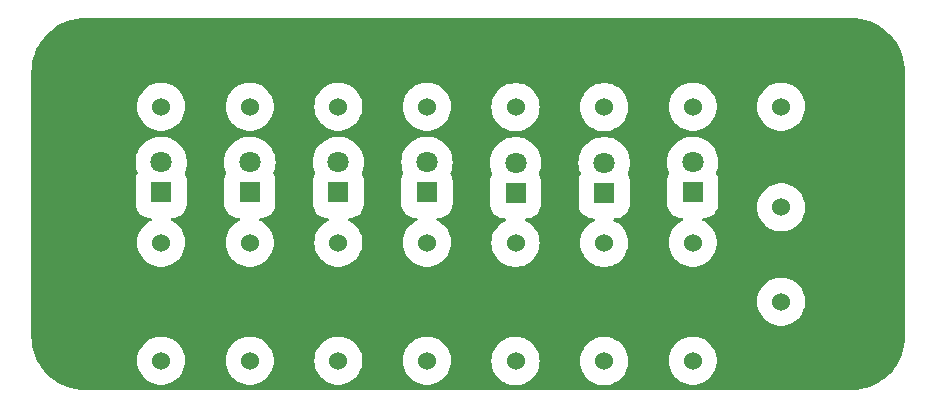
<source format=gbr>
%TF.GenerationSoftware,KiCad,Pcbnew,8.0.1-rc1*%
%TF.CreationDate,2024-04-18T22:24:46-05:00*%
%TF.ProjectId,Emotion LED,456d6f74-696f-46e2-904c-45442e6b6963,rev?*%
%TF.SameCoordinates,Original*%
%TF.FileFunction,Copper,L2,Bot*%
%TF.FilePolarity,Positive*%
%FSLAX46Y46*%
G04 Gerber Fmt 4.6, Leading zero omitted, Abs format (unit mm)*
G04 Created by KiCad (PCBNEW 8.0.1-rc1) date 2024-04-18 22:24:46*
%MOMM*%
%LPD*%
G01*
G04 APERTURE LIST*
%TA.AperFunction,ComponentPad*%
%ADD10C,1.524000*%
%TD*%
%TA.AperFunction,ComponentPad*%
%ADD11C,1.800000*%
%TD*%
%TA.AperFunction,ComponentPad*%
%ADD12R,1.800000X1.800000*%
%TD*%
G04 APERTURE END LIST*
D10*
%TO.P,,1*%
%TO.N,N/C*%
X99500000Y-42000000D03*
%TD*%
%TO.P,,1*%
%TO.N,N/C*%
X99500000Y-50000000D03*
%TD*%
%TO.P,REF\u002A\u002A,1*%
%TO.N,N/C*%
X47000000Y-45000000D03*
%TO.P,REF\u002A\u002A,2*%
X47000000Y-55000000D03*
%TD*%
D11*
%TO.P,REF\u002A\u002A,2*%
%TO.N,N/C*%
X77000000Y-38235000D03*
D12*
%TO.P,REF\u002A\u002A,1*%
X77000000Y-40775000D03*
%TD*%
D10*
%TO.P,REF\u002A\u002A,2*%
%TO.N,N/C*%
X84500000Y-55025000D03*
%TO.P,REF\u002A\u002A,1*%
X84500000Y-45025000D03*
%TD*%
%TO.P,REF\u002A\u002A,2*%
%TO.N,N/C*%
X69500000Y-55000000D03*
%TO.P,REF\u002A\u002A,1*%
X69500000Y-45000000D03*
%TD*%
D11*
%TO.P,REF\u002A\u002A,2*%
%TO.N,N/C*%
X84500000Y-38235000D03*
D12*
%TO.P,REF\u002A\u002A,1*%
X84500000Y-40775000D03*
%TD*%
%TO.P,REF\u002A\u002A,1*%
%TO.N,N/C*%
X47000000Y-40750000D03*
D11*
%TO.P,REF\u002A\u002A,2*%
X47000000Y-38210000D03*
%TD*%
D10*
%TO.P,REF\u002A\u002A,2*%
%TO.N,N/C*%
X62000000Y-55000000D03*
%TO.P,REF\u002A\u002A,1*%
X62000000Y-45000000D03*
%TD*%
%TO.P,,2*%
%TO.N,N/C*%
X99500000Y-33500000D03*
%TD*%
%TO.P,,1*%
%TO.N,N/C*%
X69500000Y-33500000D03*
%TD*%
%TO.P,,1*%
%TO.N,N/C*%
X62000000Y-33500000D03*
%TD*%
%TO.P,,1*%
%TO.N,N/C*%
X47000000Y-33500000D03*
%TD*%
D12*
%TO.P,REF\u002A\u002A,1*%
%TO.N,N/C*%
X62000000Y-40750000D03*
D11*
%TO.P,REF\u002A\u002A,2*%
X62000000Y-38210000D03*
%TD*%
D10*
%TO.P,,1*%
%TO.N,N/C*%
X84500000Y-33525000D03*
%TD*%
%TO.P,,1*%
%TO.N,N/C*%
X77000000Y-33525000D03*
%TD*%
%TO.P,,1*%
%TO.N,N/C*%
X54500000Y-33500000D03*
%TD*%
D11*
%TO.P,REF\u002A\u002A,2*%
%TO.N,N/C*%
X92000000Y-38210000D03*
D12*
%TO.P,REF\u002A\u002A,1*%
X92000000Y-40750000D03*
%TD*%
D11*
%TO.P,REF\u002A\u002A,2*%
%TO.N,N/C*%
X69500000Y-38210000D03*
D12*
%TO.P,REF\u002A\u002A,1*%
X69500000Y-40750000D03*
%TD*%
D10*
%TO.P,,1*%
%TO.N,N/C*%
X92000000Y-33500000D03*
%TD*%
D12*
%TO.P,REF\u002A\u002A,1*%
%TO.N,N/C*%
X54500000Y-40750000D03*
D11*
%TO.P,REF\u002A\u002A,2*%
X54500000Y-38210000D03*
%TD*%
D10*
%TO.P,REF\u002A\u002A,2*%
%TO.N,N/C*%
X77000000Y-55025000D03*
%TO.P,REF\u002A\u002A,1*%
X77000000Y-45025000D03*
%TD*%
%TO.P,REF\u002A\u002A,1*%
%TO.N,N/C*%
X54500000Y-45000000D03*
%TO.P,REF\u002A\u002A,2*%
X54500000Y-55000000D03*
%TD*%
%TO.P,REF\u002A\u002A,2*%
%TO.N,N/C*%
X92000000Y-55000000D03*
%TO.P,REF\u002A\u002A,1*%
X92000000Y-45000000D03*
%TD*%
%TA.AperFunction,Conductor*%
%TO.N,GRD*%
G36*
X105422702Y-26000618D02*
G01*
X105435819Y-26001190D01*
X105813742Y-26017690D01*
X105824477Y-26018630D01*
X106209859Y-26069366D01*
X106220493Y-26071241D01*
X106599990Y-26155374D01*
X106610416Y-26158168D01*
X106981135Y-26275055D01*
X106991270Y-26278744D01*
X107350387Y-26427495D01*
X107360178Y-26432061D01*
X107704942Y-26611534D01*
X107714309Y-26616941D01*
X107984434Y-26789030D01*
X108042130Y-26825786D01*
X108050991Y-26831991D01*
X108359353Y-27068605D01*
X108367640Y-27075559D01*
X108654204Y-27338146D01*
X108661853Y-27345795D01*
X108924440Y-27632359D01*
X108931394Y-27640646D01*
X109168008Y-27949008D01*
X109174213Y-27957869D01*
X109383057Y-28285689D01*
X109388465Y-28295057D01*
X109567935Y-28639814D01*
X109572507Y-28649618D01*
X109721249Y-29008714D01*
X109724949Y-29018879D01*
X109841828Y-29389572D01*
X109844628Y-29400021D01*
X109928756Y-29779498D01*
X109930634Y-29790151D01*
X109981367Y-30175499D01*
X109982310Y-30186276D01*
X109999382Y-30577297D01*
X109999500Y-30582706D01*
X109999500Y-52917293D01*
X109999382Y-52922702D01*
X109982310Y-53313723D01*
X109981367Y-53324500D01*
X109930634Y-53709848D01*
X109928756Y-53720501D01*
X109844628Y-54099978D01*
X109841828Y-54110427D01*
X109724949Y-54481120D01*
X109721249Y-54491285D01*
X109572507Y-54850381D01*
X109567935Y-54860185D01*
X109388465Y-55204942D01*
X109383057Y-55214310D01*
X109174213Y-55542130D01*
X109168008Y-55550991D01*
X108931394Y-55859353D01*
X108924440Y-55867640D01*
X108661853Y-56154204D01*
X108654204Y-56161853D01*
X108367640Y-56424440D01*
X108359353Y-56431394D01*
X108050991Y-56668008D01*
X108042130Y-56674213D01*
X107714310Y-56883057D01*
X107704942Y-56888465D01*
X107360185Y-57067935D01*
X107350381Y-57072507D01*
X106991285Y-57221249D01*
X106981120Y-57224949D01*
X106610427Y-57341828D01*
X106599978Y-57344628D01*
X106220501Y-57428756D01*
X106209848Y-57430634D01*
X105824500Y-57481367D01*
X105813723Y-57482310D01*
X105422703Y-57499382D01*
X105417294Y-57499500D01*
X40582706Y-57499500D01*
X40577297Y-57499382D01*
X40186276Y-57482310D01*
X40175501Y-57481367D01*
X40086792Y-57469688D01*
X39790151Y-57430634D01*
X39779498Y-57428756D01*
X39400021Y-57344628D01*
X39389572Y-57341828D01*
X39018879Y-57224949D01*
X39008714Y-57221249D01*
X38649618Y-57072507D01*
X38639814Y-57067935D01*
X38295057Y-56888465D01*
X38285689Y-56883057D01*
X37957869Y-56674213D01*
X37949008Y-56668008D01*
X37640646Y-56431394D01*
X37632359Y-56424440D01*
X37345795Y-56161853D01*
X37338146Y-56154204D01*
X37075559Y-55867640D01*
X37068605Y-55859353D01*
X36831991Y-55550991D01*
X36825786Y-55542130D01*
X36616942Y-55214310D01*
X36611534Y-55204942D01*
X36517862Y-55025000D01*
X36504848Y-55000000D01*
X44962751Y-55000000D01*
X44981725Y-55277405D01*
X44981726Y-55277407D01*
X45038294Y-55549631D01*
X45038299Y-55549648D01*
X45131411Y-55811640D01*
X45131412Y-55811642D01*
X45259335Y-56058522D01*
X45419683Y-56285683D01*
X45609469Y-56488895D01*
X45609474Y-56488899D01*
X45609476Y-56488901D01*
X45825152Y-56664366D01*
X45825155Y-56664368D01*
X45825159Y-56664371D01*
X45866262Y-56689366D01*
X46062734Y-56808844D01*
X46233591Y-56883057D01*
X46317767Y-56919620D01*
X46585509Y-56994638D01*
X46827685Y-57027924D01*
X46860972Y-57032500D01*
X46860973Y-57032500D01*
X47139028Y-57032500D01*
X47168725Y-57028417D01*
X47414491Y-56994638D01*
X47682233Y-56919620D01*
X47937267Y-56808843D01*
X48174841Y-56664371D01*
X48390531Y-56488895D01*
X48580317Y-56285683D01*
X48740665Y-56058522D01*
X48868588Y-55811642D01*
X48961702Y-55549643D01*
X48961703Y-55549636D01*
X48961705Y-55549631D01*
X49013078Y-55302407D01*
X49018274Y-55277405D01*
X49037249Y-55000000D01*
X52462751Y-55000000D01*
X52481725Y-55277405D01*
X52481726Y-55277407D01*
X52538294Y-55549631D01*
X52538299Y-55549648D01*
X52631411Y-55811640D01*
X52631412Y-55811642D01*
X52759335Y-56058522D01*
X52919683Y-56285683D01*
X53109469Y-56488895D01*
X53109474Y-56488899D01*
X53109476Y-56488901D01*
X53325152Y-56664366D01*
X53325155Y-56664368D01*
X53325159Y-56664371D01*
X53366262Y-56689366D01*
X53562734Y-56808844D01*
X53733591Y-56883057D01*
X53817767Y-56919620D01*
X54085509Y-56994638D01*
X54327685Y-57027924D01*
X54360972Y-57032500D01*
X54360973Y-57032500D01*
X54639028Y-57032500D01*
X54668725Y-57028417D01*
X54914491Y-56994638D01*
X55182233Y-56919620D01*
X55437267Y-56808843D01*
X55674841Y-56664371D01*
X55890531Y-56488895D01*
X56080317Y-56285683D01*
X56240665Y-56058522D01*
X56368588Y-55811642D01*
X56461702Y-55549643D01*
X56461703Y-55549636D01*
X56461705Y-55549631D01*
X56513078Y-55302407D01*
X56518274Y-55277405D01*
X56537249Y-55000000D01*
X59962751Y-55000000D01*
X59981725Y-55277405D01*
X59981726Y-55277407D01*
X60038294Y-55549631D01*
X60038299Y-55549648D01*
X60131411Y-55811640D01*
X60131412Y-55811642D01*
X60259335Y-56058522D01*
X60419683Y-56285683D01*
X60609469Y-56488895D01*
X60609474Y-56488899D01*
X60609476Y-56488901D01*
X60825152Y-56664366D01*
X60825155Y-56664368D01*
X60825159Y-56664371D01*
X60866262Y-56689366D01*
X61062734Y-56808844D01*
X61233591Y-56883057D01*
X61317767Y-56919620D01*
X61585509Y-56994638D01*
X61827685Y-57027924D01*
X61860972Y-57032500D01*
X61860973Y-57032500D01*
X62139028Y-57032500D01*
X62168725Y-57028417D01*
X62414491Y-56994638D01*
X62682233Y-56919620D01*
X62937267Y-56808843D01*
X63174841Y-56664371D01*
X63390531Y-56488895D01*
X63580317Y-56285683D01*
X63740665Y-56058522D01*
X63868588Y-55811642D01*
X63961702Y-55549643D01*
X63961703Y-55549636D01*
X63961705Y-55549631D01*
X64013078Y-55302407D01*
X64018274Y-55277405D01*
X64037249Y-55000000D01*
X67462751Y-55000000D01*
X67481725Y-55277405D01*
X67481726Y-55277407D01*
X67538294Y-55549631D01*
X67538299Y-55549648D01*
X67631411Y-55811640D01*
X67631412Y-55811642D01*
X67759335Y-56058522D01*
X67919683Y-56285683D01*
X68109469Y-56488895D01*
X68109474Y-56488899D01*
X68109476Y-56488901D01*
X68325152Y-56664366D01*
X68325155Y-56664368D01*
X68325159Y-56664371D01*
X68366262Y-56689366D01*
X68562734Y-56808844D01*
X68733591Y-56883057D01*
X68817767Y-56919620D01*
X69085509Y-56994638D01*
X69327685Y-57027924D01*
X69360972Y-57032500D01*
X69360973Y-57032500D01*
X69639028Y-57032500D01*
X69668725Y-57028417D01*
X69914491Y-56994638D01*
X70182233Y-56919620D01*
X70437267Y-56808843D01*
X70674841Y-56664371D01*
X70890531Y-56488895D01*
X71080317Y-56285683D01*
X71240665Y-56058522D01*
X71368588Y-55811642D01*
X71461702Y-55549643D01*
X71461703Y-55549636D01*
X71461705Y-55549631D01*
X71513078Y-55302407D01*
X71518274Y-55277405D01*
X71535539Y-55025000D01*
X74962751Y-55025000D01*
X74981725Y-55302405D01*
X74981726Y-55302407D01*
X75038294Y-55574631D01*
X75038299Y-55574648D01*
X75122526Y-55811640D01*
X75131412Y-55836642D01*
X75259335Y-56083522D01*
X75419683Y-56310683D01*
X75609469Y-56513895D01*
X75609474Y-56513899D01*
X75609476Y-56513901D01*
X75825152Y-56689366D01*
X75825155Y-56689368D01*
X75825159Y-56689371D01*
X75949794Y-56765163D01*
X76062734Y-56833844D01*
X76182725Y-56885963D01*
X76317767Y-56944620D01*
X76585509Y-57019638D01*
X76827685Y-57052924D01*
X76860972Y-57057500D01*
X76860973Y-57057500D01*
X77139028Y-57057500D01*
X77168725Y-57053417D01*
X77414491Y-57019638D01*
X77682233Y-56944620D01*
X77937267Y-56833843D01*
X78174841Y-56689371D01*
X78390531Y-56513895D01*
X78580317Y-56310683D01*
X78740665Y-56083522D01*
X78868588Y-55836642D01*
X78961702Y-55574643D01*
X78961703Y-55574636D01*
X78961705Y-55574631D01*
X78987965Y-55448256D01*
X79018274Y-55302405D01*
X79037249Y-55025000D01*
X82462751Y-55025000D01*
X82481725Y-55302405D01*
X82481726Y-55302407D01*
X82538294Y-55574631D01*
X82538299Y-55574648D01*
X82622526Y-55811640D01*
X82631412Y-55836642D01*
X82759335Y-56083522D01*
X82919683Y-56310683D01*
X83109469Y-56513895D01*
X83109474Y-56513899D01*
X83109476Y-56513901D01*
X83325152Y-56689366D01*
X83325155Y-56689368D01*
X83325159Y-56689371D01*
X83449794Y-56765163D01*
X83562734Y-56833844D01*
X83682725Y-56885963D01*
X83817767Y-56944620D01*
X84085509Y-57019638D01*
X84327685Y-57052924D01*
X84360972Y-57057500D01*
X84360973Y-57057500D01*
X84639028Y-57057500D01*
X84668725Y-57053417D01*
X84914491Y-57019638D01*
X85182233Y-56944620D01*
X85437267Y-56833843D01*
X85674841Y-56689371D01*
X85890531Y-56513895D01*
X86080317Y-56310683D01*
X86240665Y-56083522D01*
X86368588Y-55836642D01*
X86461702Y-55574643D01*
X86461703Y-55574636D01*
X86461705Y-55574631D01*
X86487965Y-55448256D01*
X86518274Y-55302405D01*
X86537249Y-55025000D01*
X86535539Y-55000000D01*
X89962751Y-55000000D01*
X89981725Y-55277405D01*
X89981726Y-55277407D01*
X90038294Y-55549631D01*
X90038299Y-55549648D01*
X90131411Y-55811640D01*
X90131412Y-55811642D01*
X90259335Y-56058522D01*
X90419683Y-56285683D01*
X90609469Y-56488895D01*
X90609474Y-56488899D01*
X90609476Y-56488901D01*
X90825152Y-56664366D01*
X90825155Y-56664368D01*
X90825159Y-56664371D01*
X90866262Y-56689366D01*
X91062734Y-56808844D01*
X91233591Y-56883057D01*
X91317767Y-56919620D01*
X91585509Y-56994638D01*
X91827685Y-57027924D01*
X91860972Y-57032500D01*
X91860973Y-57032500D01*
X92139028Y-57032500D01*
X92168725Y-57028417D01*
X92414491Y-56994638D01*
X92682233Y-56919620D01*
X92937267Y-56808843D01*
X93174841Y-56664371D01*
X93390531Y-56488895D01*
X93580317Y-56285683D01*
X93740665Y-56058522D01*
X93868588Y-55811642D01*
X93961702Y-55549643D01*
X93961703Y-55549636D01*
X93961705Y-55549631D01*
X94013078Y-55302407D01*
X94018274Y-55277405D01*
X94037249Y-55000000D01*
X94018274Y-54722595D01*
X93998742Y-54628604D01*
X93961705Y-54450368D01*
X93961700Y-54450351D01*
X93868588Y-54188359D01*
X93868588Y-54188358D01*
X93740665Y-53941478D01*
X93580317Y-53714317D01*
X93390531Y-53511105D01*
X93390524Y-53511100D01*
X93390523Y-53511098D01*
X93174847Y-53335633D01*
X93174836Y-53335626D01*
X92937265Y-53191155D01*
X92682236Y-53080381D01*
X92682234Y-53080380D01*
X92682233Y-53080380D01*
X92606059Y-53059037D01*
X92414496Y-53005363D01*
X92414492Y-53005362D01*
X92414491Y-53005362D01*
X92276759Y-52986431D01*
X92139028Y-52967500D01*
X92139027Y-52967500D01*
X91860973Y-52967500D01*
X91860972Y-52967500D01*
X91585509Y-53005362D01*
X91585503Y-53005363D01*
X91317763Y-53080381D01*
X91062734Y-53191155D01*
X90825163Y-53335626D01*
X90825152Y-53335633D01*
X90609476Y-53511098D01*
X90609470Y-53511103D01*
X90609469Y-53511105D01*
X90586121Y-53536105D01*
X90419684Y-53714316D01*
X90259335Y-53941477D01*
X90131411Y-54188359D01*
X90038299Y-54450351D01*
X90038294Y-54450368D01*
X89981726Y-54722592D01*
X89981725Y-54722594D01*
X89962751Y-55000000D01*
X86535539Y-55000000D01*
X86518274Y-54747595D01*
X86498742Y-54653604D01*
X86461705Y-54475368D01*
X86461700Y-54475351D01*
X86368588Y-54213359D01*
X86368588Y-54213358D01*
X86240665Y-53966478D01*
X86080317Y-53739317D01*
X85890531Y-53536105D01*
X85890524Y-53536100D01*
X85890523Y-53536098D01*
X85674847Y-53360633D01*
X85674836Y-53360626D01*
X85437265Y-53216155D01*
X85182236Y-53105381D01*
X85182234Y-53105380D01*
X85182233Y-53105380D01*
X85093007Y-53080380D01*
X84914496Y-53030363D01*
X84914492Y-53030362D01*
X84914491Y-53030362D01*
X84776759Y-53011431D01*
X84639028Y-52992500D01*
X84639027Y-52992500D01*
X84360973Y-52992500D01*
X84360972Y-52992500D01*
X84085509Y-53030362D01*
X84085503Y-53030363D01*
X83817763Y-53105381D01*
X83562734Y-53216155D01*
X83325163Y-53360626D01*
X83325152Y-53360633D01*
X83109476Y-53536098D01*
X82919684Y-53739316D01*
X82759335Y-53966477D01*
X82631411Y-54213359D01*
X82538299Y-54475351D01*
X82538294Y-54475368D01*
X82481726Y-54747592D01*
X82481725Y-54747594D01*
X82462751Y-55025000D01*
X79037249Y-55025000D01*
X79018274Y-54747595D01*
X78998742Y-54653604D01*
X78961705Y-54475368D01*
X78961700Y-54475351D01*
X78868588Y-54213359D01*
X78868588Y-54213358D01*
X78740665Y-53966478D01*
X78580317Y-53739317D01*
X78390531Y-53536105D01*
X78390524Y-53536100D01*
X78390523Y-53536098D01*
X78174847Y-53360633D01*
X78174836Y-53360626D01*
X77937265Y-53216155D01*
X77682236Y-53105381D01*
X77682234Y-53105380D01*
X77682233Y-53105380D01*
X77593007Y-53080380D01*
X77414496Y-53030363D01*
X77414492Y-53030362D01*
X77414491Y-53030362D01*
X77276759Y-53011431D01*
X77139028Y-52992500D01*
X77139027Y-52992500D01*
X76860973Y-52992500D01*
X76860972Y-52992500D01*
X76585509Y-53030362D01*
X76585503Y-53030363D01*
X76317763Y-53105381D01*
X76062734Y-53216155D01*
X75825163Y-53360626D01*
X75825152Y-53360633D01*
X75609476Y-53536098D01*
X75419684Y-53739316D01*
X75259335Y-53966477D01*
X75131411Y-54213359D01*
X75038299Y-54475351D01*
X75038294Y-54475368D01*
X74981726Y-54747592D01*
X74981725Y-54747594D01*
X74962751Y-55025000D01*
X71535539Y-55025000D01*
X71537249Y-55000000D01*
X71518274Y-54722595D01*
X71498742Y-54628604D01*
X71461705Y-54450368D01*
X71461700Y-54450351D01*
X71368588Y-54188359D01*
X71368588Y-54188358D01*
X71240665Y-53941478D01*
X71080317Y-53714317D01*
X70890531Y-53511105D01*
X70890524Y-53511100D01*
X70890523Y-53511098D01*
X70674847Y-53335633D01*
X70674836Y-53335626D01*
X70437265Y-53191155D01*
X70182236Y-53080381D01*
X70182234Y-53080380D01*
X70182233Y-53080380D01*
X70106059Y-53059037D01*
X69914496Y-53005363D01*
X69914492Y-53005362D01*
X69914491Y-53005362D01*
X69776759Y-52986431D01*
X69639028Y-52967500D01*
X69639027Y-52967500D01*
X69360973Y-52967500D01*
X69360972Y-52967500D01*
X69085509Y-53005362D01*
X69085503Y-53005363D01*
X68817763Y-53080381D01*
X68562734Y-53191155D01*
X68325163Y-53335626D01*
X68325152Y-53335633D01*
X68109476Y-53511098D01*
X68109470Y-53511103D01*
X68109469Y-53511105D01*
X68086121Y-53536105D01*
X67919684Y-53714316D01*
X67759335Y-53941477D01*
X67631411Y-54188359D01*
X67538299Y-54450351D01*
X67538294Y-54450368D01*
X67481726Y-54722592D01*
X67481725Y-54722594D01*
X67462751Y-55000000D01*
X64037249Y-55000000D01*
X64018274Y-54722595D01*
X63998742Y-54628604D01*
X63961705Y-54450368D01*
X63961700Y-54450351D01*
X63868588Y-54188359D01*
X63868588Y-54188358D01*
X63740665Y-53941478D01*
X63580317Y-53714317D01*
X63390531Y-53511105D01*
X63390524Y-53511100D01*
X63390523Y-53511098D01*
X63174847Y-53335633D01*
X63174836Y-53335626D01*
X62937265Y-53191155D01*
X62682236Y-53080381D01*
X62682234Y-53080380D01*
X62682233Y-53080380D01*
X62606059Y-53059037D01*
X62414496Y-53005363D01*
X62414492Y-53005362D01*
X62414491Y-53005362D01*
X62276759Y-52986431D01*
X62139028Y-52967500D01*
X62139027Y-52967500D01*
X61860973Y-52967500D01*
X61860972Y-52967500D01*
X61585509Y-53005362D01*
X61585503Y-53005363D01*
X61317763Y-53080381D01*
X61062734Y-53191155D01*
X60825163Y-53335626D01*
X60825152Y-53335633D01*
X60609476Y-53511098D01*
X60609470Y-53511103D01*
X60609469Y-53511105D01*
X60586121Y-53536105D01*
X60419684Y-53714316D01*
X60259335Y-53941477D01*
X60131411Y-54188359D01*
X60038299Y-54450351D01*
X60038294Y-54450368D01*
X59981726Y-54722592D01*
X59981725Y-54722594D01*
X59962751Y-55000000D01*
X56537249Y-55000000D01*
X56518274Y-54722595D01*
X56498742Y-54628604D01*
X56461705Y-54450368D01*
X56461700Y-54450351D01*
X56368588Y-54188359D01*
X56368588Y-54188358D01*
X56240665Y-53941478D01*
X56080317Y-53714317D01*
X55890531Y-53511105D01*
X55890524Y-53511100D01*
X55890523Y-53511098D01*
X55674847Y-53335633D01*
X55674836Y-53335626D01*
X55437265Y-53191155D01*
X55182236Y-53080381D01*
X55182234Y-53080380D01*
X55182233Y-53080380D01*
X55106059Y-53059037D01*
X54914496Y-53005363D01*
X54914492Y-53005362D01*
X54914491Y-53005362D01*
X54776759Y-52986431D01*
X54639028Y-52967500D01*
X54639027Y-52967500D01*
X54360973Y-52967500D01*
X54360972Y-52967500D01*
X54085509Y-53005362D01*
X54085503Y-53005363D01*
X53817763Y-53080381D01*
X53562734Y-53191155D01*
X53325163Y-53335626D01*
X53325152Y-53335633D01*
X53109476Y-53511098D01*
X53109470Y-53511103D01*
X53109469Y-53511105D01*
X53086121Y-53536105D01*
X52919684Y-53714316D01*
X52759335Y-53941477D01*
X52631411Y-54188359D01*
X52538299Y-54450351D01*
X52538294Y-54450368D01*
X52481726Y-54722592D01*
X52481725Y-54722594D01*
X52462751Y-55000000D01*
X49037249Y-55000000D01*
X49018274Y-54722595D01*
X48998742Y-54628604D01*
X48961705Y-54450368D01*
X48961700Y-54450351D01*
X48868588Y-54188359D01*
X48868588Y-54188358D01*
X48740665Y-53941478D01*
X48580317Y-53714317D01*
X48390531Y-53511105D01*
X48390524Y-53511100D01*
X48390523Y-53511098D01*
X48174847Y-53335633D01*
X48174836Y-53335626D01*
X47937265Y-53191155D01*
X47682236Y-53080381D01*
X47682234Y-53080380D01*
X47682233Y-53080380D01*
X47606059Y-53059037D01*
X47414496Y-53005363D01*
X47414492Y-53005362D01*
X47414491Y-53005362D01*
X47276759Y-52986431D01*
X47139028Y-52967500D01*
X47139027Y-52967500D01*
X46860973Y-52967500D01*
X46860972Y-52967500D01*
X46585509Y-53005362D01*
X46585503Y-53005363D01*
X46317763Y-53080381D01*
X46062734Y-53191155D01*
X45825163Y-53335626D01*
X45825152Y-53335633D01*
X45609476Y-53511098D01*
X45609470Y-53511103D01*
X45609469Y-53511105D01*
X45586121Y-53536105D01*
X45419684Y-53714316D01*
X45259335Y-53941477D01*
X45131411Y-54188359D01*
X45038299Y-54450351D01*
X45038294Y-54450368D01*
X44981726Y-54722592D01*
X44981725Y-54722594D01*
X44962751Y-55000000D01*
X36504848Y-55000000D01*
X36432061Y-54860178D01*
X36427492Y-54850381D01*
X36384917Y-54747595D01*
X36278744Y-54491270D01*
X36275055Y-54481135D01*
X36158168Y-54110416D01*
X36155374Y-54099990D01*
X36071241Y-53720493D01*
X36069365Y-53709848D01*
X36018630Y-53324477D01*
X36017690Y-53313742D01*
X36000618Y-52922701D01*
X36000500Y-52917293D01*
X36000500Y-50000000D01*
X97462751Y-50000000D01*
X97481725Y-50277405D01*
X97481726Y-50277407D01*
X97538294Y-50549631D01*
X97538299Y-50549648D01*
X97631411Y-50811640D01*
X97631412Y-50811642D01*
X97759335Y-51058522D01*
X97919683Y-51285683D01*
X98109469Y-51488895D01*
X98109474Y-51488899D01*
X98109476Y-51488901D01*
X98325152Y-51664366D01*
X98325155Y-51664368D01*
X98325159Y-51664371D01*
X98449794Y-51740163D01*
X98562734Y-51808844D01*
X98736913Y-51884500D01*
X98817767Y-51919620D01*
X99085509Y-51994638D01*
X99327685Y-52027924D01*
X99360972Y-52032500D01*
X99360973Y-52032500D01*
X99639028Y-52032500D01*
X99668725Y-52028417D01*
X99914491Y-51994638D01*
X100182233Y-51919620D01*
X100437267Y-51808843D01*
X100674841Y-51664371D01*
X100890531Y-51488895D01*
X101080317Y-51285683D01*
X101240665Y-51058522D01*
X101368588Y-50811642D01*
X101461702Y-50549643D01*
X101461703Y-50549636D01*
X101461705Y-50549631D01*
X101487965Y-50423256D01*
X101518274Y-50277405D01*
X101537249Y-50000000D01*
X101518274Y-49722595D01*
X101498742Y-49628604D01*
X101461705Y-49450368D01*
X101461700Y-49450351D01*
X101368588Y-49188359D01*
X101368588Y-49188358D01*
X101240665Y-48941478D01*
X101080317Y-48714317D01*
X100890531Y-48511105D01*
X100890524Y-48511100D01*
X100890523Y-48511098D01*
X100674847Y-48335633D01*
X100674836Y-48335626D01*
X100437265Y-48191155D01*
X100182236Y-48080381D01*
X100182234Y-48080380D01*
X100182233Y-48080380D01*
X100106059Y-48059037D01*
X99914496Y-48005363D01*
X99914492Y-48005362D01*
X99914491Y-48005362D01*
X99776759Y-47986431D01*
X99639028Y-47967500D01*
X99639027Y-47967500D01*
X99360973Y-47967500D01*
X99360972Y-47967500D01*
X99085509Y-48005362D01*
X99085503Y-48005363D01*
X98817763Y-48080381D01*
X98562734Y-48191155D01*
X98325163Y-48335626D01*
X98325152Y-48335633D01*
X98109476Y-48511098D01*
X97919684Y-48714316D01*
X97759335Y-48941477D01*
X97631411Y-49188359D01*
X97538299Y-49450351D01*
X97538294Y-49450368D01*
X97481726Y-49722592D01*
X97481725Y-49722594D01*
X97462751Y-50000000D01*
X36000500Y-50000000D01*
X36000500Y-38210000D01*
X44824428Y-38210000D01*
X44844690Y-38506240D01*
X44844691Y-38506242D01*
X44905100Y-38796950D01*
X44905105Y-38796967D01*
X45004539Y-39076746D01*
X45004540Y-39076749D01*
X45006800Y-39081111D01*
X45020162Y-39149691D01*
X44998630Y-39208769D01*
X44990528Y-39220464D01*
X44895949Y-39428684D01*
X44840070Y-39650447D01*
X44829500Y-39784747D01*
X44829500Y-41715238D01*
X44829501Y-41715253D01*
X44838748Y-41832764D01*
X44840070Y-41849553D01*
X44895949Y-42071316D01*
X44907305Y-42096316D01*
X44990528Y-42279537D01*
X44990531Y-42279543D01*
X45120759Y-42467514D01*
X45120763Y-42467519D01*
X45120766Y-42467523D01*
X45282477Y-42629234D01*
X45282481Y-42629237D01*
X45282485Y-42629240D01*
X45470456Y-42759468D01*
X45470462Y-42759471D01*
X45470463Y-42759471D01*
X45470464Y-42759472D01*
X45678684Y-42854051D01*
X45900447Y-42909930D01*
X46034753Y-42920500D01*
X46089127Y-42920499D01*
X46156164Y-42940182D01*
X46201919Y-42992986D01*
X46211864Y-43062144D01*
X46182840Y-43125700D01*
X46138529Y-43158233D01*
X46062732Y-43191157D01*
X45825163Y-43335626D01*
X45825152Y-43335633D01*
X45609476Y-43511098D01*
X45609470Y-43511103D01*
X45609469Y-43511105D01*
X45586121Y-43536105D01*
X45419684Y-43714316D01*
X45259335Y-43941477D01*
X45131411Y-44188359D01*
X45038299Y-44450351D01*
X45038294Y-44450368D01*
X44981726Y-44722592D01*
X44981725Y-44722594D01*
X44962751Y-45000000D01*
X44981725Y-45277405D01*
X44981726Y-45277407D01*
X45038294Y-45549631D01*
X45038299Y-45549648D01*
X45131411Y-45811640D01*
X45131412Y-45811642D01*
X45259335Y-46058522D01*
X45419683Y-46285683D01*
X45609469Y-46488895D01*
X45609474Y-46488899D01*
X45609476Y-46488901D01*
X45825152Y-46664366D01*
X45825155Y-46664368D01*
X45825159Y-46664371D01*
X45866262Y-46689366D01*
X46062734Y-46808844D01*
X46236913Y-46884500D01*
X46317767Y-46919620D01*
X46585509Y-46994638D01*
X46827685Y-47027924D01*
X46860972Y-47032500D01*
X46860973Y-47032500D01*
X47139028Y-47032500D01*
X47168725Y-47028417D01*
X47414491Y-46994638D01*
X47682233Y-46919620D01*
X47937267Y-46808843D01*
X48174841Y-46664371D01*
X48390531Y-46488895D01*
X48580317Y-46285683D01*
X48740665Y-46058522D01*
X48868588Y-45811642D01*
X48961702Y-45549643D01*
X48961703Y-45549636D01*
X48961705Y-45549631D01*
X49013078Y-45302407D01*
X49018274Y-45277405D01*
X49037249Y-45000000D01*
X49018274Y-44722595D01*
X48998742Y-44628604D01*
X48961705Y-44450368D01*
X48961700Y-44450351D01*
X48868588Y-44188359D01*
X48868588Y-44188358D01*
X48740665Y-43941478D01*
X48580317Y-43714317D01*
X48390531Y-43511105D01*
X48390524Y-43511100D01*
X48390523Y-43511098D01*
X48174847Y-43335633D01*
X48174836Y-43335626D01*
X47937265Y-43191155D01*
X47937260Y-43191153D01*
X47861470Y-43158233D01*
X47807822Y-43113470D01*
X47786893Y-43046809D01*
X47805325Y-42979414D01*
X47857267Y-42932684D01*
X47910870Y-42920499D01*
X47965246Y-42920499D01*
X48099553Y-42909930D01*
X48321316Y-42854051D01*
X48529536Y-42759472D01*
X48529538Y-42759470D01*
X48529543Y-42759468D01*
X48717514Y-42629240D01*
X48717523Y-42629234D01*
X48879234Y-42467523D01*
X48907477Y-42426756D01*
X49009468Y-42279543D01*
X49009471Y-42279537D01*
X49009472Y-42279536D01*
X49104051Y-42071316D01*
X49159930Y-41849553D01*
X49170500Y-41715247D01*
X49170499Y-39784754D01*
X49159930Y-39650447D01*
X49104051Y-39428684D01*
X49009472Y-39220464D01*
X49001369Y-39208768D01*
X48979373Y-39142450D01*
X48993205Y-39081099D01*
X48995459Y-39076750D01*
X49094896Y-38796962D01*
X49094897Y-38796955D01*
X49094899Y-38796950D01*
X49122942Y-38661994D01*
X49155309Y-38506240D01*
X49175572Y-38210000D01*
X52324428Y-38210000D01*
X52344690Y-38506240D01*
X52344691Y-38506242D01*
X52405100Y-38796950D01*
X52405105Y-38796967D01*
X52504539Y-39076746D01*
X52504540Y-39076749D01*
X52506800Y-39081111D01*
X52520162Y-39149691D01*
X52498630Y-39208769D01*
X52490528Y-39220464D01*
X52395949Y-39428684D01*
X52340070Y-39650447D01*
X52329500Y-39784747D01*
X52329500Y-41715238D01*
X52329501Y-41715253D01*
X52338748Y-41832764D01*
X52340070Y-41849553D01*
X52395949Y-42071316D01*
X52407305Y-42096316D01*
X52490528Y-42279537D01*
X52490531Y-42279543D01*
X52620759Y-42467514D01*
X52620763Y-42467519D01*
X52620766Y-42467523D01*
X52782477Y-42629234D01*
X52782481Y-42629237D01*
X52782485Y-42629240D01*
X52970456Y-42759468D01*
X52970462Y-42759471D01*
X52970463Y-42759471D01*
X52970464Y-42759472D01*
X53178684Y-42854051D01*
X53400447Y-42909930D01*
X53534753Y-42920500D01*
X53589127Y-42920499D01*
X53656164Y-42940182D01*
X53701919Y-42992986D01*
X53711864Y-43062144D01*
X53682840Y-43125700D01*
X53638529Y-43158233D01*
X53562732Y-43191157D01*
X53325163Y-43335626D01*
X53325152Y-43335633D01*
X53109476Y-43511098D01*
X53109470Y-43511103D01*
X53109469Y-43511105D01*
X53086121Y-43536105D01*
X52919684Y-43714316D01*
X52759335Y-43941477D01*
X52631411Y-44188359D01*
X52538299Y-44450351D01*
X52538294Y-44450368D01*
X52481726Y-44722592D01*
X52481725Y-44722594D01*
X52462751Y-45000000D01*
X52481725Y-45277405D01*
X52481726Y-45277407D01*
X52538294Y-45549631D01*
X52538299Y-45549648D01*
X52631411Y-45811640D01*
X52631412Y-45811642D01*
X52759335Y-46058522D01*
X52919683Y-46285683D01*
X53109469Y-46488895D01*
X53109474Y-46488899D01*
X53109476Y-46488901D01*
X53325152Y-46664366D01*
X53325155Y-46664368D01*
X53325159Y-46664371D01*
X53366262Y-46689366D01*
X53562734Y-46808844D01*
X53736913Y-46884500D01*
X53817767Y-46919620D01*
X54085509Y-46994638D01*
X54327685Y-47027924D01*
X54360972Y-47032500D01*
X54360973Y-47032500D01*
X54639028Y-47032500D01*
X54668725Y-47028417D01*
X54914491Y-46994638D01*
X55182233Y-46919620D01*
X55437267Y-46808843D01*
X55674841Y-46664371D01*
X55890531Y-46488895D01*
X56080317Y-46285683D01*
X56240665Y-46058522D01*
X56368588Y-45811642D01*
X56461702Y-45549643D01*
X56461703Y-45549636D01*
X56461705Y-45549631D01*
X56513078Y-45302407D01*
X56518274Y-45277405D01*
X56537249Y-45000000D01*
X56518274Y-44722595D01*
X56498742Y-44628604D01*
X56461705Y-44450368D01*
X56461700Y-44450351D01*
X56368588Y-44188359D01*
X56368588Y-44188358D01*
X56240665Y-43941478D01*
X56080317Y-43714317D01*
X55890531Y-43511105D01*
X55890524Y-43511100D01*
X55890523Y-43511098D01*
X55674847Y-43335633D01*
X55674836Y-43335626D01*
X55437265Y-43191155D01*
X55437260Y-43191153D01*
X55361470Y-43158233D01*
X55307822Y-43113470D01*
X55286893Y-43046809D01*
X55305325Y-42979414D01*
X55357267Y-42932684D01*
X55410870Y-42920499D01*
X55465246Y-42920499D01*
X55599553Y-42909930D01*
X55821316Y-42854051D01*
X56029536Y-42759472D01*
X56029538Y-42759470D01*
X56029543Y-42759468D01*
X56217514Y-42629240D01*
X56217523Y-42629234D01*
X56379234Y-42467523D01*
X56407477Y-42426756D01*
X56509468Y-42279543D01*
X56509471Y-42279537D01*
X56509472Y-42279536D01*
X56604051Y-42071316D01*
X56659930Y-41849553D01*
X56670500Y-41715247D01*
X56670499Y-39784754D01*
X56659930Y-39650447D01*
X56604051Y-39428684D01*
X56509472Y-39220464D01*
X56501369Y-39208768D01*
X56479373Y-39142450D01*
X56493205Y-39081099D01*
X56495459Y-39076750D01*
X56594896Y-38796962D01*
X56594897Y-38796955D01*
X56594899Y-38796950D01*
X56622942Y-38661994D01*
X56655309Y-38506240D01*
X56675572Y-38210000D01*
X59824428Y-38210000D01*
X59844690Y-38506240D01*
X59844691Y-38506242D01*
X59905100Y-38796950D01*
X59905105Y-38796967D01*
X60004539Y-39076746D01*
X60004540Y-39076749D01*
X60006800Y-39081111D01*
X60020162Y-39149691D01*
X59998630Y-39208769D01*
X59990528Y-39220464D01*
X59895949Y-39428684D01*
X59840070Y-39650447D01*
X59829500Y-39784747D01*
X59829500Y-41715238D01*
X59829501Y-41715253D01*
X59838748Y-41832764D01*
X59840070Y-41849553D01*
X59895949Y-42071316D01*
X59907305Y-42096316D01*
X59990528Y-42279537D01*
X59990531Y-42279543D01*
X60120759Y-42467514D01*
X60120763Y-42467519D01*
X60120766Y-42467523D01*
X60282477Y-42629234D01*
X60282481Y-42629237D01*
X60282485Y-42629240D01*
X60470456Y-42759468D01*
X60470462Y-42759471D01*
X60470463Y-42759471D01*
X60470464Y-42759472D01*
X60678684Y-42854051D01*
X60900447Y-42909930D01*
X61034753Y-42920500D01*
X61089127Y-42920499D01*
X61156164Y-42940182D01*
X61201919Y-42992986D01*
X61211864Y-43062144D01*
X61182840Y-43125700D01*
X61138529Y-43158233D01*
X61062732Y-43191157D01*
X60825163Y-43335626D01*
X60825152Y-43335633D01*
X60609476Y-43511098D01*
X60609470Y-43511103D01*
X60609469Y-43511105D01*
X60586121Y-43536105D01*
X60419684Y-43714316D01*
X60259335Y-43941477D01*
X60131411Y-44188359D01*
X60038299Y-44450351D01*
X60038294Y-44450368D01*
X59981726Y-44722592D01*
X59981725Y-44722594D01*
X59962751Y-45000000D01*
X59981725Y-45277405D01*
X59981726Y-45277407D01*
X60038294Y-45549631D01*
X60038299Y-45549648D01*
X60131411Y-45811640D01*
X60131412Y-45811642D01*
X60259335Y-46058522D01*
X60419683Y-46285683D01*
X60609469Y-46488895D01*
X60609474Y-46488899D01*
X60609476Y-46488901D01*
X60825152Y-46664366D01*
X60825155Y-46664368D01*
X60825159Y-46664371D01*
X60866262Y-46689366D01*
X61062734Y-46808844D01*
X61236913Y-46884500D01*
X61317767Y-46919620D01*
X61585509Y-46994638D01*
X61827685Y-47027924D01*
X61860972Y-47032500D01*
X61860973Y-47032500D01*
X62139028Y-47032500D01*
X62168725Y-47028417D01*
X62414491Y-46994638D01*
X62682233Y-46919620D01*
X62937267Y-46808843D01*
X63174841Y-46664371D01*
X63390531Y-46488895D01*
X63580317Y-46285683D01*
X63740665Y-46058522D01*
X63868588Y-45811642D01*
X63961702Y-45549643D01*
X63961703Y-45549636D01*
X63961705Y-45549631D01*
X64013078Y-45302407D01*
X64018274Y-45277405D01*
X64037249Y-45000000D01*
X64018274Y-44722595D01*
X63998742Y-44628604D01*
X63961705Y-44450368D01*
X63961700Y-44450351D01*
X63868588Y-44188359D01*
X63868588Y-44188358D01*
X63740665Y-43941478D01*
X63580317Y-43714317D01*
X63390531Y-43511105D01*
X63390524Y-43511100D01*
X63390523Y-43511098D01*
X63174847Y-43335633D01*
X63174836Y-43335626D01*
X62937265Y-43191155D01*
X62937260Y-43191153D01*
X62861470Y-43158233D01*
X62807822Y-43113470D01*
X62786893Y-43046809D01*
X62805325Y-42979414D01*
X62857267Y-42932684D01*
X62910870Y-42920499D01*
X62965246Y-42920499D01*
X63099553Y-42909930D01*
X63321316Y-42854051D01*
X63529536Y-42759472D01*
X63529538Y-42759470D01*
X63529543Y-42759468D01*
X63717514Y-42629240D01*
X63717523Y-42629234D01*
X63879234Y-42467523D01*
X63907477Y-42426756D01*
X64009468Y-42279543D01*
X64009471Y-42279537D01*
X64009472Y-42279536D01*
X64104051Y-42071316D01*
X64159930Y-41849553D01*
X64170500Y-41715247D01*
X64170499Y-39784754D01*
X64159930Y-39650447D01*
X64104051Y-39428684D01*
X64009472Y-39220464D01*
X64001369Y-39208768D01*
X63979373Y-39142450D01*
X63993205Y-39081099D01*
X63995459Y-39076750D01*
X64094896Y-38796962D01*
X64094897Y-38796955D01*
X64094899Y-38796950D01*
X64122942Y-38661994D01*
X64155309Y-38506240D01*
X64175572Y-38210000D01*
X67324428Y-38210000D01*
X67344690Y-38506240D01*
X67344691Y-38506242D01*
X67405100Y-38796950D01*
X67405105Y-38796967D01*
X67504539Y-39076746D01*
X67504540Y-39076749D01*
X67506800Y-39081111D01*
X67520162Y-39149691D01*
X67498630Y-39208769D01*
X67490528Y-39220464D01*
X67395949Y-39428684D01*
X67340070Y-39650447D01*
X67329500Y-39784747D01*
X67329500Y-41715238D01*
X67329501Y-41715253D01*
X67338748Y-41832764D01*
X67340070Y-41849553D01*
X67395949Y-42071316D01*
X67407305Y-42096316D01*
X67490528Y-42279537D01*
X67490531Y-42279543D01*
X67620759Y-42467514D01*
X67620763Y-42467519D01*
X67620766Y-42467523D01*
X67782477Y-42629234D01*
X67782481Y-42629237D01*
X67782485Y-42629240D01*
X67970456Y-42759468D01*
X67970462Y-42759471D01*
X67970463Y-42759471D01*
X67970464Y-42759472D01*
X68178684Y-42854051D01*
X68400447Y-42909930D01*
X68534753Y-42920500D01*
X68589127Y-42920499D01*
X68656164Y-42940182D01*
X68701919Y-42992986D01*
X68711864Y-43062144D01*
X68682840Y-43125700D01*
X68638529Y-43158233D01*
X68562732Y-43191157D01*
X68325163Y-43335626D01*
X68325152Y-43335633D01*
X68109476Y-43511098D01*
X68109470Y-43511103D01*
X68109469Y-43511105D01*
X68086121Y-43536105D01*
X67919684Y-43714316D01*
X67759335Y-43941477D01*
X67631411Y-44188359D01*
X67538299Y-44450351D01*
X67538294Y-44450368D01*
X67481726Y-44722592D01*
X67481725Y-44722594D01*
X67462751Y-45000000D01*
X67481725Y-45277405D01*
X67481726Y-45277407D01*
X67538294Y-45549631D01*
X67538299Y-45549648D01*
X67631411Y-45811640D01*
X67631412Y-45811642D01*
X67759335Y-46058522D01*
X67919683Y-46285683D01*
X68109469Y-46488895D01*
X68109474Y-46488899D01*
X68109476Y-46488901D01*
X68325152Y-46664366D01*
X68325155Y-46664368D01*
X68325159Y-46664371D01*
X68366262Y-46689366D01*
X68562734Y-46808844D01*
X68736913Y-46884500D01*
X68817767Y-46919620D01*
X69085509Y-46994638D01*
X69327685Y-47027924D01*
X69360972Y-47032500D01*
X69360973Y-47032500D01*
X69639028Y-47032500D01*
X69668725Y-47028417D01*
X69914491Y-46994638D01*
X70182233Y-46919620D01*
X70437267Y-46808843D01*
X70674841Y-46664371D01*
X70890531Y-46488895D01*
X71080317Y-46285683D01*
X71240665Y-46058522D01*
X71368588Y-45811642D01*
X71461702Y-45549643D01*
X71461703Y-45549636D01*
X71461705Y-45549631D01*
X71513078Y-45302407D01*
X71518274Y-45277405D01*
X71537249Y-45000000D01*
X71518274Y-44722595D01*
X71498742Y-44628604D01*
X71461705Y-44450368D01*
X71461700Y-44450351D01*
X71368588Y-44188359D01*
X71368588Y-44188358D01*
X71240665Y-43941478D01*
X71080317Y-43714317D01*
X70890531Y-43511105D01*
X70890524Y-43511100D01*
X70890523Y-43511098D01*
X70674847Y-43335633D01*
X70674836Y-43335626D01*
X70437265Y-43191155D01*
X70437260Y-43191153D01*
X70361470Y-43158233D01*
X70307822Y-43113470D01*
X70286893Y-43046809D01*
X70305325Y-42979414D01*
X70357267Y-42932684D01*
X70410870Y-42920499D01*
X70465246Y-42920499D01*
X70599553Y-42909930D01*
X70821316Y-42854051D01*
X71029536Y-42759472D01*
X71029538Y-42759470D01*
X71029543Y-42759468D01*
X71217514Y-42629240D01*
X71217523Y-42629234D01*
X71379234Y-42467523D01*
X71407477Y-42426756D01*
X71509468Y-42279543D01*
X71509471Y-42279537D01*
X71509472Y-42279536D01*
X71604051Y-42071316D01*
X71659930Y-41849553D01*
X71670500Y-41715247D01*
X71670499Y-39784754D01*
X71659930Y-39650447D01*
X71604051Y-39428684D01*
X71509472Y-39220464D01*
X71501369Y-39208768D01*
X71479373Y-39142450D01*
X71493205Y-39081099D01*
X71495459Y-39076750D01*
X71594896Y-38796962D01*
X71594897Y-38796955D01*
X71594899Y-38796950D01*
X71622942Y-38661994D01*
X71655309Y-38506240D01*
X71673862Y-38235000D01*
X74824428Y-38235000D01*
X74844690Y-38531240D01*
X74844691Y-38531242D01*
X74905100Y-38821950D01*
X74905105Y-38821967D01*
X75004539Y-39101746D01*
X75004540Y-39101749D01*
X75006800Y-39106111D01*
X75020162Y-39174691D01*
X74998630Y-39233769D01*
X74990528Y-39245464D01*
X74895949Y-39453684D01*
X74840070Y-39675447D01*
X74829500Y-39809747D01*
X74829500Y-41740238D01*
X74829501Y-41740253D01*
X74838103Y-41849552D01*
X74840070Y-41874553D01*
X74889650Y-42071315D01*
X74895949Y-42096315D01*
X74990528Y-42304537D01*
X74990531Y-42304543D01*
X75120759Y-42492514D01*
X75120763Y-42492519D01*
X75120766Y-42492523D01*
X75282477Y-42654234D01*
X75282481Y-42654237D01*
X75282485Y-42654240D01*
X75470456Y-42784468D01*
X75470462Y-42784471D01*
X75470463Y-42784471D01*
X75470464Y-42784472D01*
X75678684Y-42879051D01*
X75900447Y-42934930D01*
X76034753Y-42945500D01*
X76089127Y-42945499D01*
X76156164Y-42965182D01*
X76201919Y-43017986D01*
X76211864Y-43087144D01*
X76182840Y-43150700D01*
X76138529Y-43183233D01*
X76062732Y-43216157D01*
X75825163Y-43360626D01*
X75825152Y-43360633D01*
X75609476Y-43536098D01*
X75609470Y-43536103D01*
X75609469Y-43536105D01*
X75489676Y-43664373D01*
X75419684Y-43739316D01*
X75259335Y-43966477D01*
X75131411Y-44213359D01*
X75038299Y-44475351D01*
X75038294Y-44475368D01*
X74981726Y-44747592D01*
X74981725Y-44747594D01*
X74962751Y-45025000D01*
X74981725Y-45302405D01*
X74981726Y-45302407D01*
X75038294Y-45574631D01*
X75038299Y-45574648D01*
X75122526Y-45811640D01*
X75131412Y-45836642D01*
X75259335Y-46083522D01*
X75419683Y-46310683D01*
X75609469Y-46513895D01*
X75609474Y-46513899D01*
X75609476Y-46513901D01*
X75825152Y-46689366D01*
X75825155Y-46689368D01*
X75825159Y-46689371D01*
X75949794Y-46765163D01*
X76062734Y-46833844D01*
X76236913Y-46909500D01*
X76317767Y-46944620D01*
X76585509Y-47019638D01*
X76827685Y-47052924D01*
X76860972Y-47057500D01*
X76860973Y-47057500D01*
X77139028Y-47057500D01*
X77168725Y-47053417D01*
X77414491Y-47019638D01*
X77682233Y-46944620D01*
X77937267Y-46833843D01*
X78174841Y-46689371D01*
X78390531Y-46513895D01*
X78580317Y-46310683D01*
X78740665Y-46083522D01*
X78868588Y-45836642D01*
X78961702Y-45574643D01*
X78961703Y-45574636D01*
X78961705Y-45574631D01*
X78987965Y-45448256D01*
X79018274Y-45302405D01*
X79037249Y-45025000D01*
X79018274Y-44747595D01*
X78998742Y-44653604D01*
X78961705Y-44475368D01*
X78961700Y-44475351D01*
X78868588Y-44213359D01*
X78868588Y-44213358D01*
X78740665Y-43966478D01*
X78580317Y-43739317D01*
X78390531Y-43536105D01*
X78390524Y-43536100D01*
X78390523Y-43536098D01*
X78174847Y-43360633D01*
X78174836Y-43360626D01*
X77937265Y-43216155D01*
X77937260Y-43216153D01*
X77861470Y-43183233D01*
X77807822Y-43138470D01*
X77786893Y-43071809D01*
X77805325Y-43004414D01*
X77857267Y-42957684D01*
X77910870Y-42945499D01*
X77965246Y-42945499D01*
X78099553Y-42934930D01*
X78321316Y-42879051D01*
X78529536Y-42784472D01*
X78529538Y-42784470D01*
X78529543Y-42784468D01*
X78717514Y-42654240D01*
X78717523Y-42654234D01*
X78879234Y-42492523D01*
X78907477Y-42451756D01*
X79009468Y-42304543D01*
X79009471Y-42304537D01*
X79009472Y-42304536D01*
X79104051Y-42096316D01*
X79159930Y-41874553D01*
X79170500Y-41740247D01*
X79170499Y-39809754D01*
X79159930Y-39675447D01*
X79104051Y-39453684D01*
X79009472Y-39245464D01*
X79001369Y-39233768D01*
X78979373Y-39167450D01*
X78993205Y-39106099D01*
X78995459Y-39101750D01*
X79002799Y-39081099D01*
X79094894Y-38821967D01*
X79094896Y-38821962D01*
X79094897Y-38821955D01*
X79094899Y-38821950D01*
X79122942Y-38686994D01*
X79155309Y-38531240D01*
X79175572Y-38235000D01*
X82324428Y-38235000D01*
X82344690Y-38531240D01*
X82344691Y-38531242D01*
X82405100Y-38821950D01*
X82405105Y-38821967D01*
X82504539Y-39101746D01*
X82504540Y-39101749D01*
X82506800Y-39106111D01*
X82520162Y-39174691D01*
X82498630Y-39233769D01*
X82490528Y-39245464D01*
X82395949Y-39453684D01*
X82340070Y-39675447D01*
X82329500Y-39809747D01*
X82329500Y-41740238D01*
X82329501Y-41740253D01*
X82338103Y-41849552D01*
X82340070Y-41874553D01*
X82389650Y-42071315D01*
X82395949Y-42096315D01*
X82490528Y-42304537D01*
X82490531Y-42304543D01*
X82620759Y-42492514D01*
X82620763Y-42492519D01*
X82620766Y-42492523D01*
X82782477Y-42654234D01*
X82782481Y-42654237D01*
X82782485Y-42654240D01*
X82970456Y-42784468D01*
X82970462Y-42784471D01*
X82970463Y-42784471D01*
X82970464Y-42784472D01*
X83178684Y-42879051D01*
X83400447Y-42934930D01*
X83534753Y-42945500D01*
X83589127Y-42945499D01*
X83656164Y-42965182D01*
X83701919Y-43017986D01*
X83711864Y-43087144D01*
X83682840Y-43150700D01*
X83638529Y-43183233D01*
X83562732Y-43216157D01*
X83325163Y-43360626D01*
X83325152Y-43360633D01*
X83109476Y-43536098D01*
X83109470Y-43536103D01*
X83109469Y-43536105D01*
X82989676Y-43664373D01*
X82919684Y-43739316D01*
X82759335Y-43966477D01*
X82631411Y-44213359D01*
X82538299Y-44475351D01*
X82538294Y-44475368D01*
X82481726Y-44747592D01*
X82481725Y-44747594D01*
X82462751Y-45025000D01*
X82481725Y-45302405D01*
X82481726Y-45302407D01*
X82538294Y-45574631D01*
X82538299Y-45574648D01*
X82622526Y-45811640D01*
X82631412Y-45836642D01*
X82759335Y-46083522D01*
X82919683Y-46310683D01*
X83109469Y-46513895D01*
X83109474Y-46513899D01*
X83109476Y-46513901D01*
X83325152Y-46689366D01*
X83325155Y-46689368D01*
X83325159Y-46689371D01*
X83449794Y-46765163D01*
X83562734Y-46833844D01*
X83736913Y-46909500D01*
X83817767Y-46944620D01*
X84085509Y-47019638D01*
X84327685Y-47052924D01*
X84360972Y-47057500D01*
X84360973Y-47057500D01*
X84639028Y-47057500D01*
X84668725Y-47053417D01*
X84914491Y-47019638D01*
X85182233Y-46944620D01*
X85437267Y-46833843D01*
X85674841Y-46689371D01*
X85890531Y-46513895D01*
X86080317Y-46310683D01*
X86240665Y-46083522D01*
X86368588Y-45836642D01*
X86461702Y-45574643D01*
X86461703Y-45574636D01*
X86461705Y-45574631D01*
X86487965Y-45448256D01*
X86518274Y-45302405D01*
X86537249Y-45025000D01*
X86518274Y-44747595D01*
X86498742Y-44653604D01*
X86461705Y-44475368D01*
X86461700Y-44475351D01*
X86368588Y-44213359D01*
X86368588Y-44213358D01*
X86240665Y-43966478D01*
X86080317Y-43739317D01*
X85890531Y-43536105D01*
X85890524Y-43536100D01*
X85890523Y-43536098D01*
X85674847Y-43360633D01*
X85674836Y-43360626D01*
X85437265Y-43216155D01*
X85437260Y-43216153D01*
X85361470Y-43183233D01*
X85307822Y-43138470D01*
X85286893Y-43071809D01*
X85305325Y-43004414D01*
X85357267Y-42957684D01*
X85410870Y-42945499D01*
X85465246Y-42945499D01*
X85599553Y-42934930D01*
X85821316Y-42879051D01*
X86029536Y-42784472D01*
X86029538Y-42784470D01*
X86029543Y-42784468D01*
X86217514Y-42654240D01*
X86217523Y-42654234D01*
X86379234Y-42492523D01*
X86407477Y-42451756D01*
X86509468Y-42304543D01*
X86509471Y-42304537D01*
X86509472Y-42304536D01*
X86604051Y-42096316D01*
X86659930Y-41874553D01*
X86670500Y-41740247D01*
X86670499Y-39809754D01*
X86659930Y-39675447D01*
X86604051Y-39453684D01*
X86509472Y-39245464D01*
X86501369Y-39233768D01*
X86479373Y-39167450D01*
X86493205Y-39106099D01*
X86495459Y-39101750D01*
X86502799Y-39081099D01*
X86594894Y-38821967D01*
X86594896Y-38821962D01*
X86594897Y-38821955D01*
X86594899Y-38821950D01*
X86622942Y-38686994D01*
X86655309Y-38531240D01*
X86675572Y-38235000D01*
X86673862Y-38210000D01*
X89824428Y-38210000D01*
X89844690Y-38506240D01*
X89844691Y-38506242D01*
X89905100Y-38796950D01*
X89905105Y-38796967D01*
X90004539Y-39076746D01*
X90004540Y-39076749D01*
X90006800Y-39081111D01*
X90020162Y-39149691D01*
X89998630Y-39208769D01*
X89990528Y-39220464D01*
X89895949Y-39428684D01*
X89840070Y-39650447D01*
X89829500Y-39784747D01*
X89829500Y-41715238D01*
X89829501Y-41715253D01*
X89838748Y-41832764D01*
X89840070Y-41849553D01*
X89895949Y-42071316D01*
X89907305Y-42096316D01*
X89990528Y-42279537D01*
X89990531Y-42279543D01*
X90120759Y-42467514D01*
X90120763Y-42467519D01*
X90120766Y-42467523D01*
X90282477Y-42629234D01*
X90282481Y-42629237D01*
X90282485Y-42629240D01*
X90470456Y-42759468D01*
X90470462Y-42759471D01*
X90470463Y-42759471D01*
X90470464Y-42759472D01*
X90678684Y-42854051D01*
X90900447Y-42909930D01*
X91034753Y-42920500D01*
X91089127Y-42920499D01*
X91156164Y-42940182D01*
X91201919Y-42992986D01*
X91211864Y-43062144D01*
X91182840Y-43125700D01*
X91138529Y-43158233D01*
X91062732Y-43191157D01*
X90825163Y-43335626D01*
X90825152Y-43335633D01*
X90609476Y-43511098D01*
X90609470Y-43511103D01*
X90609469Y-43511105D01*
X90586121Y-43536105D01*
X90419684Y-43714316D01*
X90259335Y-43941477D01*
X90131411Y-44188359D01*
X90038299Y-44450351D01*
X90038294Y-44450368D01*
X89981726Y-44722592D01*
X89981725Y-44722594D01*
X89962751Y-45000000D01*
X89981725Y-45277405D01*
X89981726Y-45277407D01*
X90038294Y-45549631D01*
X90038299Y-45549648D01*
X90131411Y-45811640D01*
X90131412Y-45811642D01*
X90259335Y-46058522D01*
X90419683Y-46285683D01*
X90609469Y-46488895D01*
X90609474Y-46488899D01*
X90609476Y-46488901D01*
X90825152Y-46664366D01*
X90825155Y-46664368D01*
X90825159Y-46664371D01*
X90866262Y-46689366D01*
X91062734Y-46808844D01*
X91236913Y-46884500D01*
X91317767Y-46919620D01*
X91585509Y-46994638D01*
X91827685Y-47027924D01*
X91860972Y-47032500D01*
X91860973Y-47032500D01*
X92139028Y-47032500D01*
X92168725Y-47028417D01*
X92414491Y-46994638D01*
X92682233Y-46919620D01*
X92937267Y-46808843D01*
X93174841Y-46664371D01*
X93390531Y-46488895D01*
X93580317Y-46285683D01*
X93740665Y-46058522D01*
X93868588Y-45811642D01*
X93961702Y-45549643D01*
X93961703Y-45549636D01*
X93961705Y-45549631D01*
X94013078Y-45302407D01*
X94018274Y-45277405D01*
X94037249Y-45000000D01*
X94018274Y-44722595D01*
X93998742Y-44628604D01*
X93961705Y-44450368D01*
X93961700Y-44450351D01*
X93868588Y-44188359D01*
X93868588Y-44188358D01*
X93740665Y-43941478D01*
X93580317Y-43714317D01*
X93390531Y-43511105D01*
X93390524Y-43511100D01*
X93390523Y-43511098D01*
X93174847Y-43335633D01*
X93174836Y-43335626D01*
X92937265Y-43191155D01*
X92937260Y-43191153D01*
X92861470Y-43158233D01*
X92807822Y-43113470D01*
X92786893Y-43046809D01*
X92805325Y-42979414D01*
X92857267Y-42932684D01*
X92910870Y-42920499D01*
X92965246Y-42920499D01*
X93099553Y-42909930D01*
X93321316Y-42854051D01*
X93529536Y-42759472D01*
X93529538Y-42759470D01*
X93529543Y-42759468D01*
X93717514Y-42629240D01*
X93717523Y-42629234D01*
X93879234Y-42467523D01*
X93907477Y-42426756D01*
X94009468Y-42279543D01*
X94009471Y-42279537D01*
X94009472Y-42279536D01*
X94104051Y-42071316D01*
X94122021Y-42000000D01*
X97462751Y-42000000D01*
X97481725Y-42277405D01*
X97481726Y-42277407D01*
X97538294Y-42549631D01*
X97538299Y-42549648D01*
X97631411Y-42811640D01*
X97631412Y-42811642D01*
X97759335Y-43058522D01*
X97919683Y-43285683D01*
X98109469Y-43488895D01*
X98109474Y-43488899D01*
X98109476Y-43488901D01*
X98325152Y-43664366D01*
X98325155Y-43664368D01*
X98325159Y-43664371D01*
X98407290Y-43714316D01*
X98562734Y-43808844D01*
X98736913Y-43884500D01*
X98817767Y-43919620D01*
X99085509Y-43994638D01*
X99327685Y-44027924D01*
X99360972Y-44032500D01*
X99360973Y-44032500D01*
X99639028Y-44032500D01*
X99668725Y-44028417D01*
X99914491Y-43994638D01*
X100182233Y-43919620D01*
X100437267Y-43808843D01*
X100674841Y-43664371D01*
X100890531Y-43488895D01*
X101080317Y-43285683D01*
X101240665Y-43058522D01*
X101368588Y-42811642D01*
X101461702Y-42549643D01*
X101461703Y-42549636D01*
X101461705Y-42549631D01*
X101487965Y-42423256D01*
X101518274Y-42277405D01*
X101537249Y-42000000D01*
X101518274Y-41722595D01*
X101498742Y-41628604D01*
X101461705Y-41450368D01*
X101461700Y-41450351D01*
X101368588Y-41188359D01*
X101368588Y-41188358D01*
X101240665Y-40941478D01*
X101080317Y-40714317D01*
X100890531Y-40511105D01*
X100890524Y-40511100D01*
X100890523Y-40511098D01*
X100674847Y-40335633D01*
X100674836Y-40335626D01*
X100437265Y-40191155D01*
X100182236Y-40080381D01*
X100182234Y-40080380D01*
X100182233Y-40080380D01*
X100106059Y-40059037D01*
X99914496Y-40005363D01*
X99914492Y-40005362D01*
X99914491Y-40005362D01*
X99776759Y-39986431D01*
X99639028Y-39967500D01*
X99639027Y-39967500D01*
X99360973Y-39967500D01*
X99360972Y-39967500D01*
X99085509Y-40005362D01*
X99085503Y-40005363D01*
X98817763Y-40080381D01*
X98562734Y-40191155D01*
X98325163Y-40335626D01*
X98325152Y-40335633D01*
X98109476Y-40511098D01*
X97919684Y-40714316D01*
X97759335Y-40941477D01*
X97631411Y-41188359D01*
X97538299Y-41450351D01*
X97538294Y-41450368D01*
X97481726Y-41722592D01*
X97481725Y-41722594D01*
X97462751Y-42000000D01*
X94122021Y-42000000D01*
X94159930Y-41849553D01*
X94170500Y-41715247D01*
X94170499Y-39784754D01*
X94159930Y-39650447D01*
X94104051Y-39428684D01*
X94009472Y-39220464D01*
X94001369Y-39208768D01*
X93979373Y-39142450D01*
X93993205Y-39081099D01*
X93995459Y-39076750D01*
X94094896Y-38796962D01*
X94094897Y-38796955D01*
X94094899Y-38796950D01*
X94122942Y-38661994D01*
X94155309Y-38506240D01*
X94175572Y-38210000D01*
X94155309Y-37913760D01*
X94134451Y-37813388D01*
X94094899Y-37623049D01*
X94094894Y-37623032D01*
X93995460Y-37343253D01*
X93995461Y-37343253D01*
X93858850Y-37079606D01*
X93858846Y-37079600D01*
X93687621Y-36837029D01*
X93687617Y-36837025D01*
X93687616Y-36837023D01*
X93484944Y-36620014D01*
X93484937Y-36620009D01*
X93484936Y-36620007D01*
X93254606Y-36432620D01*
X93000903Y-36278340D01*
X93000898Y-36278338D01*
X92728559Y-36160045D01*
X92442638Y-36079933D01*
X92442634Y-36079932D01*
X92442633Y-36079932D01*
X92295549Y-36059716D01*
X92148467Y-36039500D01*
X92148466Y-36039500D01*
X91851534Y-36039500D01*
X91851533Y-36039500D01*
X91557367Y-36079932D01*
X91557361Y-36079933D01*
X91271440Y-36160045D01*
X90999101Y-36278338D01*
X90999096Y-36278340D01*
X90745393Y-36432620D01*
X90515063Y-36620007D01*
X90515057Y-36620012D01*
X90515056Y-36620014D01*
X90491708Y-36645014D01*
X90312378Y-36837029D01*
X90141153Y-37079600D01*
X90141149Y-37079606D01*
X90004539Y-37343253D01*
X89905105Y-37623032D01*
X89905100Y-37623049D01*
X89844691Y-37913757D01*
X89844690Y-37913759D01*
X89824428Y-38210000D01*
X86673862Y-38210000D01*
X86655309Y-37938760D01*
X86634451Y-37838388D01*
X86594899Y-37648049D01*
X86594894Y-37648032D01*
X86495460Y-37368253D01*
X86495461Y-37368253D01*
X86358850Y-37104606D01*
X86358846Y-37104600D01*
X86187621Y-36862029D01*
X86187617Y-36862025D01*
X86187616Y-36862023D01*
X85984944Y-36645014D01*
X85984937Y-36645009D01*
X85984936Y-36645007D01*
X85754606Y-36457620D01*
X85500903Y-36303340D01*
X85500898Y-36303338D01*
X85228559Y-36185045D01*
X84942638Y-36104933D01*
X84942634Y-36104932D01*
X84942633Y-36104932D01*
X84795549Y-36084716D01*
X84648467Y-36064500D01*
X84648466Y-36064500D01*
X84351534Y-36064500D01*
X84351533Y-36064500D01*
X84057367Y-36104932D01*
X84057361Y-36104933D01*
X83771440Y-36185045D01*
X83499101Y-36303338D01*
X83499096Y-36303340D01*
X83245393Y-36457620D01*
X83015063Y-36645007D01*
X82812378Y-36862029D01*
X82641153Y-37104600D01*
X82641149Y-37104606D01*
X82504539Y-37368253D01*
X82405105Y-37648032D01*
X82405100Y-37648049D01*
X82344691Y-37938757D01*
X82344690Y-37938759D01*
X82324428Y-38235000D01*
X79175572Y-38235000D01*
X79155309Y-37938760D01*
X79134451Y-37838388D01*
X79094899Y-37648049D01*
X79094894Y-37648032D01*
X78995460Y-37368253D01*
X78995461Y-37368253D01*
X78858850Y-37104606D01*
X78858846Y-37104600D01*
X78687621Y-36862029D01*
X78687617Y-36862025D01*
X78687616Y-36862023D01*
X78484944Y-36645014D01*
X78484937Y-36645009D01*
X78484936Y-36645007D01*
X78254606Y-36457620D01*
X78000903Y-36303340D01*
X78000898Y-36303338D01*
X77728559Y-36185045D01*
X77442638Y-36104933D01*
X77442634Y-36104932D01*
X77442633Y-36104932D01*
X77295549Y-36084716D01*
X77148467Y-36064500D01*
X77148466Y-36064500D01*
X76851534Y-36064500D01*
X76851533Y-36064500D01*
X76557367Y-36104932D01*
X76557361Y-36104933D01*
X76271440Y-36185045D01*
X75999101Y-36303338D01*
X75999096Y-36303340D01*
X75745393Y-36457620D01*
X75515063Y-36645007D01*
X75312378Y-36862029D01*
X75141153Y-37104600D01*
X75141149Y-37104606D01*
X75004539Y-37368253D01*
X74905105Y-37648032D01*
X74905100Y-37648049D01*
X74844691Y-37938757D01*
X74844690Y-37938759D01*
X74824428Y-38235000D01*
X71673862Y-38235000D01*
X71675572Y-38210000D01*
X71655309Y-37913760D01*
X71634451Y-37813388D01*
X71594899Y-37623049D01*
X71594894Y-37623032D01*
X71495460Y-37343253D01*
X71495461Y-37343253D01*
X71358850Y-37079606D01*
X71358846Y-37079600D01*
X71187621Y-36837029D01*
X71187617Y-36837025D01*
X71187616Y-36837023D01*
X70984944Y-36620014D01*
X70984937Y-36620009D01*
X70984936Y-36620007D01*
X70754606Y-36432620D01*
X70500903Y-36278340D01*
X70500898Y-36278338D01*
X70228559Y-36160045D01*
X69942638Y-36079933D01*
X69942634Y-36079932D01*
X69942633Y-36079932D01*
X69795549Y-36059716D01*
X69648467Y-36039500D01*
X69648466Y-36039500D01*
X69351534Y-36039500D01*
X69351533Y-36039500D01*
X69057367Y-36079932D01*
X69057361Y-36079933D01*
X68771440Y-36160045D01*
X68499101Y-36278338D01*
X68499096Y-36278340D01*
X68245393Y-36432620D01*
X68015063Y-36620007D01*
X68015057Y-36620012D01*
X68015056Y-36620014D01*
X67991708Y-36645014D01*
X67812378Y-36837029D01*
X67641153Y-37079600D01*
X67641149Y-37079606D01*
X67504539Y-37343253D01*
X67405105Y-37623032D01*
X67405100Y-37623049D01*
X67344691Y-37913757D01*
X67344690Y-37913759D01*
X67324428Y-38210000D01*
X64175572Y-38210000D01*
X64155309Y-37913760D01*
X64134451Y-37813388D01*
X64094899Y-37623049D01*
X64094894Y-37623032D01*
X63995460Y-37343253D01*
X63995461Y-37343253D01*
X63858850Y-37079606D01*
X63858846Y-37079600D01*
X63687621Y-36837029D01*
X63687617Y-36837025D01*
X63687616Y-36837023D01*
X63484944Y-36620014D01*
X63484937Y-36620009D01*
X63484936Y-36620007D01*
X63254606Y-36432620D01*
X63000903Y-36278340D01*
X63000898Y-36278338D01*
X62728559Y-36160045D01*
X62442638Y-36079933D01*
X62442634Y-36079932D01*
X62442633Y-36079932D01*
X62295549Y-36059716D01*
X62148467Y-36039500D01*
X62148466Y-36039500D01*
X61851534Y-36039500D01*
X61851533Y-36039500D01*
X61557367Y-36079932D01*
X61557361Y-36079933D01*
X61271440Y-36160045D01*
X60999101Y-36278338D01*
X60999096Y-36278340D01*
X60745393Y-36432620D01*
X60515063Y-36620007D01*
X60515057Y-36620012D01*
X60515056Y-36620014D01*
X60491708Y-36645014D01*
X60312378Y-36837029D01*
X60141153Y-37079600D01*
X60141149Y-37079606D01*
X60004539Y-37343253D01*
X59905105Y-37623032D01*
X59905100Y-37623049D01*
X59844691Y-37913757D01*
X59844690Y-37913759D01*
X59824428Y-38210000D01*
X56675572Y-38210000D01*
X56655309Y-37913760D01*
X56634451Y-37813388D01*
X56594899Y-37623049D01*
X56594894Y-37623032D01*
X56495460Y-37343253D01*
X56495461Y-37343253D01*
X56358850Y-37079606D01*
X56358846Y-37079600D01*
X56187621Y-36837029D01*
X56187617Y-36837025D01*
X56187616Y-36837023D01*
X55984944Y-36620014D01*
X55984937Y-36620009D01*
X55984936Y-36620007D01*
X55754606Y-36432620D01*
X55500903Y-36278340D01*
X55500898Y-36278338D01*
X55228559Y-36160045D01*
X54942638Y-36079933D01*
X54942634Y-36079932D01*
X54942633Y-36079932D01*
X54795549Y-36059716D01*
X54648467Y-36039500D01*
X54648466Y-36039500D01*
X54351534Y-36039500D01*
X54351533Y-36039500D01*
X54057367Y-36079932D01*
X54057361Y-36079933D01*
X53771440Y-36160045D01*
X53499101Y-36278338D01*
X53499096Y-36278340D01*
X53245393Y-36432620D01*
X53015063Y-36620007D01*
X53015057Y-36620012D01*
X53015056Y-36620014D01*
X52991708Y-36645014D01*
X52812378Y-36837029D01*
X52641153Y-37079600D01*
X52641149Y-37079606D01*
X52504539Y-37343253D01*
X52405105Y-37623032D01*
X52405100Y-37623049D01*
X52344691Y-37913757D01*
X52344690Y-37913759D01*
X52324428Y-38210000D01*
X49175572Y-38210000D01*
X49155309Y-37913760D01*
X49134451Y-37813388D01*
X49094899Y-37623049D01*
X49094894Y-37623032D01*
X48995460Y-37343253D01*
X48995461Y-37343253D01*
X48858850Y-37079606D01*
X48858846Y-37079600D01*
X48687621Y-36837029D01*
X48687617Y-36837025D01*
X48687616Y-36837023D01*
X48484944Y-36620014D01*
X48484937Y-36620009D01*
X48484936Y-36620007D01*
X48254606Y-36432620D01*
X48000903Y-36278340D01*
X48000898Y-36278338D01*
X47728559Y-36160045D01*
X47442638Y-36079933D01*
X47442634Y-36079932D01*
X47442633Y-36079932D01*
X47295549Y-36059716D01*
X47148467Y-36039500D01*
X47148466Y-36039500D01*
X46851534Y-36039500D01*
X46851533Y-36039500D01*
X46557367Y-36079932D01*
X46557361Y-36079933D01*
X46271440Y-36160045D01*
X45999101Y-36278338D01*
X45999096Y-36278340D01*
X45745393Y-36432620D01*
X45515063Y-36620007D01*
X45515057Y-36620012D01*
X45515056Y-36620014D01*
X45491708Y-36645014D01*
X45312378Y-36837029D01*
X45141153Y-37079600D01*
X45141149Y-37079606D01*
X45004539Y-37343253D01*
X44905105Y-37623032D01*
X44905100Y-37623049D01*
X44844691Y-37913757D01*
X44844690Y-37913759D01*
X44824428Y-38210000D01*
X36000500Y-38210000D01*
X36000500Y-33500000D01*
X44962751Y-33500000D01*
X44981725Y-33777405D01*
X44981726Y-33777407D01*
X45038294Y-34049631D01*
X45038299Y-34049648D01*
X45131411Y-34311640D01*
X45131412Y-34311642D01*
X45259335Y-34558522D01*
X45419683Y-34785683D01*
X45609469Y-34988895D01*
X45609474Y-34988899D01*
X45609476Y-34988901D01*
X45825152Y-35164366D01*
X45825155Y-35164368D01*
X45825159Y-35164371D01*
X45866262Y-35189366D01*
X46062734Y-35308844D01*
X46236913Y-35384500D01*
X46317767Y-35419620D01*
X46585509Y-35494638D01*
X46827685Y-35527924D01*
X46860972Y-35532500D01*
X46860973Y-35532500D01*
X47139028Y-35532500D01*
X47168725Y-35528417D01*
X47414491Y-35494638D01*
X47682233Y-35419620D01*
X47937267Y-35308843D01*
X48174841Y-35164371D01*
X48390531Y-34988895D01*
X48580317Y-34785683D01*
X48740665Y-34558522D01*
X48868588Y-34311642D01*
X48961702Y-34049643D01*
X48961703Y-34049636D01*
X48961705Y-34049631D01*
X49013078Y-33802407D01*
X49018274Y-33777405D01*
X49037249Y-33500000D01*
X52462751Y-33500000D01*
X52481725Y-33777405D01*
X52481726Y-33777407D01*
X52538294Y-34049631D01*
X52538299Y-34049648D01*
X52631411Y-34311640D01*
X52631412Y-34311642D01*
X52759335Y-34558522D01*
X52919683Y-34785683D01*
X53109469Y-34988895D01*
X53109474Y-34988899D01*
X53109476Y-34988901D01*
X53325152Y-35164366D01*
X53325155Y-35164368D01*
X53325159Y-35164371D01*
X53366262Y-35189366D01*
X53562734Y-35308844D01*
X53736913Y-35384500D01*
X53817767Y-35419620D01*
X54085509Y-35494638D01*
X54327685Y-35527924D01*
X54360972Y-35532500D01*
X54360973Y-35532500D01*
X54639028Y-35532500D01*
X54668725Y-35528417D01*
X54914491Y-35494638D01*
X55182233Y-35419620D01*
X55437267Y-35308843D01*
X55674841Y-35164371D01*
X55890531Y-34988895D01*
X56080317Y-34785683D01*
X56240665Y-34558522D01*
X56368588Y-34311642D01*
X56461702Y-34049643D01*
X56461703Y-34049636D01*
X56461705Y-34049631D01*
X56513078Y-33802407D01*
X56518274Y-33777405D01*
X56537249Y-33500000D01*
X59962751Y-33500000D01*
X59981725Y-33777405D01*
X59981726Y-33777407D01*
X60038294Y-34049631D01*
X60038299Y-34049648D01*
X60131411Y-34311640D01*
X60131412Y-34311642D01*
X60259335Y-34558522D01*
X60419683Y-34785683D01*
X60609469Y-34988895D01*
X60609474Y-34988899D01*
X60609476Y-34988901D01*
X60825152Y-35164366D01*
X60825155Y-35164368D01*
X60825159Y-35164371D01*
X60866262Y-35189366D01*
X61062734Y-35308844D01*
X61236913Y-35384500D01*
X61317767Y-35419620D01*
X61585509Y-35494638D01*
X61827685Y-35527924D01*
X61860972Y-35532500D01*
X61860973Y-35532500D01*
X62139028Y-35532500D01*
X62168725Y-35528417D01*
X62414491Y-35494638D01*
X62682233Y-35419620D01*
X62937267Y-35308843D01*
X63174841Y-35164371D01*
X63390531Y-34988895D01*
X63580317Y-34785683D01*
X63740665Y-34558522D01*
X63868588Y-34311642D01*
X63961702Y-34049643D01*
X63961703Y-34049636D01*
X63961705Y-34049631D01*
X64013078Y-33802407D01*
X64018274Y-33777405D01*
X64037249Y-33500000D01*
X67462751Y-33500000D01*
X67481725Y-33777405D01*
X67481726Y-33777407D01*
X67538294Y-34049631D01*
X67538299Y-34049648D01*
X67631411Y-34311640D01*
X67631412Y-34311642D01*
X67759335Y-34558522D01*
X67919683Y-34785683D01*
X68109469Y-34988895D01*
X68109474Y-34988899D01*
X68109476Y-34988901D01*
X68325152Y-35164366D01*
X68325155Y-35164368D01*
X68325159Y-35164371D01*
X68366262Y-35189366D01*
X68562734Y-35308844D01*
X68736913Y-35384500D01*
X68817767Y-35419620D01*
X69085509Y-35494638D01*
X69327685Y-35527924D01*
X69360972Y-35532500D01*
X69360973Y-35532500D01*
X69639028Y-35532500D01*
X69668725Y-35528417D01*
X69914491Y-35494638D01*
X70182233Y-35419620D01*
X70437267Y-35308843D01*
X70674841Y-35164371D01*
X70890531Y-34988895D01*
X71080317Y-34785683D01*
X71240665Y-34558522D01*
X71368588Y-34311642D01*
X71461702Y-34049643D01*
X71461703Y-34049636D01*
X71461705Y-34049631D01*
X71513078Y-33802407D01*
X71518274Y-33777405D01*
X71535539Y-33525000D01*
X74962751Y-33525000D01*
X74981725Y-33802405D01*
X74981726Y-33802407D01*
X75038294Y-34074631D01*
X75038299Y-34074648D01*
X75122526Y-34311640D01*
X75131412Y-34336642D01*
X75259335Y-34583522D01*
X75419683Y-34810683D01*
X75609469Y-35013895D01*
X75609474Y-35013899D01*
X75609476Y-35013901D01*
X75825152Y-35189366D01*
X75825155Y-35189368D01*
X75825159Y-35189371D01*
X75949794Y-35265163D01*
X76062734Y-35333844D01*
X76236913Y-35409500D01*
X76317767Y-35444620D01*
X76585509Y-35519638D01*
X76827685Y-35552924D01*
X76860972Y-35557500D01*
X76860973Y-35557500D01*
X77139028Y-35557500D01*
X77168725Y-35553417D01*
X77414491Y-35519638D01*
X77682233Y-35444620D01*
X77937267Y-35333843D01*
X78174841Y-35189371D01*
X78390531Y-35013895D01*
X78580317Y-34810683D01*
X78740665Y-34583522D01*
X78868588Y-34336642D01*
X78961702Y-34074643D01*
X78961703Y-34074636D01*
X78961705Y-34074631D01*
X78987965Y-33948256D01*
X79018274Y-33802405D01*
X79037249Y-33525000D01*
X82462751Y-33525000D01*
X82481725Y-33802405D01*
X82481726Y-33802407D01*
X82538294Y-34074631D01*
X82538299Y-34074648D01*
X82622526Y-34311640D01*
X82631412Y-34336642D01*
X82759335Y-34583522D01*
X82919683Y-34810683D01*
X83109469Y-35013895D01*
X83109474Y-35013899D01*
X83109476Y-35013901D01*
X83325152Y-35189366D01*
X83325155Y-35189368D01*
X83325159Y-35189371D01*
X83449794Y-35265163D01*
X83562734Y-35333844D01*
X83736913Y-35409500D01*
X83817767Y-35444620D01*
X84085509Y-35519638D01*
X84327685Y-35552924D01*
X84360972Y-35557500D01*
X84360973Y-35557500D01*
X84639028Y-35557500D01*
X84668725Y-35553417D01*
X84914491Y-35519638D01*
X85182233Y-35444620D01*
X85437267Y-35333843D01*
X85674841Y-35189371D01*
X85890531Y-35013895D01*
X86080317Y-34810683D01*
X86240665Y-34583522D01*
X86368588Y-34336642D01*
X86461702Y-34074643D01*
X86461703Y-34074636D01*
X86461705Y-34074631D01*
X86487965Y-33948256D01*
X86518274Y-33802405D01*
X86537249Y-33525000D01*
X86535539Y-33500000D01*
X89962751Y-33500000D01*
X89981725Y-33777405D01*
X89981726Y-33777407D01*
X90038294Y-34049631D01*
X90038299Y-34049648D01*
X90131411Y-34311640D01*
X90131412Y-34311642D01*
X90259335Y-34558522D01*
X90419683Y-34785683D01*
X90609469Y-34988895D01*
X90609474Y-34988899D01*
X90609476Y-34988901D01*
X90825152Y-35164366D01*
X90825155Y-35164368D01*
X90825159Y-35164371D01*
X90866262Y-35189366D01*
X91062734Y-35308844D01*
X91236913Y-35384500D01*
X91317767Y-35419620D01*
X91585509Y-35494638D01*
X91827685Y-35527924D01*
X91860972Y-35532500D01*
X91860973Y-35532500D01*
X92139028Y-35532500D01*
X92168725Y-35528417D01*
X92414491Y-35494638D01*
X92682233Y-35419620D01*
X92937267Y-35308843D01*
X93174841Y-35164371D01*
X93390531Y-34988895D01*
X93580317Y-34785683D01*
X93740665Y-34558522D01*
X93868588Y-34311642D01*
X93961702Y-34049643D01*
X93961703Y-34049636D01*
X93961705Y-34049631D01*
X94013078Y-33802407D01*
X94018274Y-33777405D01*
X94037249Y-33500000D01*
X97462751Y-33500000D01*
X97481725Y-33777405D01*
X97481726Y-33777407D01*
X97538294Y-34049631D01*
X97538299Y-34049648D01*
X97631411Y-34311640D01*
X97631412Y-34311642D01*
X97759335Y-34558522D01*
X97919683Y-34785683D01*
X98109469Y-34988895D01*
X98109474Y-34988899D01*
X98109476Y-34988901D01*
X98325152Y-35164366D01*
X98325155Y-35164368D01*
X98325159Y-35164371D01*
X98366262Y-35189366D01*
X98562734Y-35308844D01*
X98736913Y-35384500D01*
X98817767Y-35419620D01*
X99085509Y-35494638D01*
X99327685Y-35527924D01*
X99360972Y-35532500D01*
X99360973Y-35532500D01*
X99639028Y-35532500D01*
X99668725Y-35528417D01*
X99914491Y-35494638D01*
X100182233Y-35419620D01*
X100437267Y-35308843D01*
X100674841Y-35164371D01*
X100890531Y-34988895D01*
X101080317Y-34785683D01*
X101240665Y-34558522D01*
X101368588Y-34311642D01*
X101461702Y-34049643D01*
X101461703Y-34049636D01*
X101461705Y-34049631D01*
X101513078Y-33802407D01*
X101518274Y-33777405D01*
X101537249Y-33500000D01*
X101518274Y-33222595D01*
X101498742Y-33128604D01*
X101461705Y-32950368D01*
X101461700Y-32950351D01*
X101368588Y-32688359D01*
X101368588Y-32688358D01*
X101240665Y-32441478D01*
X101080317Y-32214317D01*
X100890531Y-32011105D01*
X100890524Y-32011100D01*
X100890523Y-32011098D01*
X100674847Y-31835633D01*
X100674836Y-31835626D01*
X100437265Y-31691155D01*
X100182236Y-31580381D01*
X100182234Y-31580380D01*
X100182233Y-31580380D01*
X100106059Y-31559037D01*
X99914496Y-31505363D01*
X99914492Y-31505362D01*
X99914491Y-31505362D01*
X99776759Y-31486431D01*
X99639028Y-31467500D01*
X99639027Y-31467500D01*
X99360973Y-31467500D01*
X99360972Y-31467500D01*
X99085509Y-31505362D01*
X99085503Y-31505363D01*
X98817763Y-31580381D01*
X98562734Y-31691155D01*
X98325163Y-31835626D01*
X98325152Y-31835633D01*
X98109476Y-32011098D01*
X98109470Y-32011103D01*
X98109469Y-32011105D01*
X98086121Y-32036105D01*
X97919684Y-32214316D01*
X97759335Y-32441477D01*
X97631411Y-32688359D01*
X97538299Y-32950351D01*
X97538294Y-32950368D01*
X97481726Y-33222592D01*
X97481725Y-33222594D01*
X97462751Y-33500000D01*
X94037249Y-33500000D01*
X94018274Y-33222595D01*
X93998742Y-33128604D01*
X93961705Y-32950368D01*
X93961700Y-32950351D01*
X93868588Y-32688359D01*
X93868588Y-32688358D01*
X93740665Y-32441478D01*
X93580317Y-32214317D01*
X93390531Y-32011105D01*
X93390524Y-32011100D01*
X93390523Y-32011098D01*
X93174847Y-31835633D01*
X93174836Y-31835626D01*
X92937265Y-31691155D01*
X92682236Y-31580381D01*
X92682234Y-31580380D01*
X92682233Y-31580380D01*
X92606059Y-31559037D01*
X92414496Y-31505363D01*
X92414492Y-31505362D01*
X92414491Y-31505362D01*
X92276759Y-31486431D01*
X92139028Y-31467500D01*
X92139027Y-31467500D01*
X91860973Y-31467500D01*
X91860972Y-31467500D01*
X91585509Y-31505362D01*
X91585503Y-31505363D01*
X91317763Y-31580381D01*
X91062734Y-31691155D01*
X90825163Y-31835626D01*
X90825152Y-31835633D01*
X90609476Y-32011098D01*
X90609470Y-32011103D01*
X90609469Y-32011105D01*
X90586121Y-32036105D01*
X90419684Y-32214316D01*
X90259335Y-32441477D01*
X90131411Y-32688359D01*
X90038299Y-32950351D01*
X90038294Y-32950368D01*
X89981726Y-33222592D01*
X89981725Y-33222594D01*
X89962751Y-33500000D01*
X86535539Y-33500000D01*
X86518274Y-33247595D01*
X86498742Y-33153604D01*
X86461705Y-32975368D01*
X86461700Y-32975351D01*
X86368588Y-32713359D01*
X86368588Y-32713358D01*
X86240665Y-32466478D01*
X86080317Y-32239317D01*
X85890531Y-32036105D01*
X85890524Y-32036100D01*
X85890523Y-32036098D01*
X85674847Y-31860633D01*
X85674836Y-31860626D01*
X85437265Y-31716155D01*
X85182236Y-31605381D01*
X85182234Y-31605380D01*
X85182233Y-31605380D01*
X85093007Y-31580380D01*
X84914496Y-31530363D01*
X84914492Y-31530362D01*
X84914491Y-31530362D01*
X84776759Y-31511431D01*
X84639028Y-31492500D01*
X84639027Y-31492500D01*
X84360973Y-31492500D01*
X84360972Y-31492500D01*
X84085509Y-31530362D01*
X84085503Y-31530363D01*
X83817763Y-31605381D01*
X83562734Y-31716155D01*
X83325163Y-31860626D01*
X83325152Y-31860633D01*
X83109476Y-32036098D01*
X82919684Y-32239316D01*
X82759335Y-32466477D01*
X82631411Y-32713359D01*
X82538299Y-32975351D01*
X82538294Y-32975368D01*
X82481726Y-33247592D01*
X82481725Y-33247594D01*
X82462751Y-33525000D01*
X79037249Y-33525000D01*
X79018274Y-33247595D01*
X78998742Y-33153604D01*
X78961705Y-32975368D01*
X78961700Y-32975351D01*
X78868588Y-32713359D01*
X78868588Y-32713358D01*
X78740665Y-32466478D01*
X78580317Y-32239317D01*
X78390531Y-32036105D01*
X78390524Y-32036100D01*
X78390523Y-32036098D01*
X78174847Y-31860633D01*
X78174836Y-31860626D01*
X77937265Y-31716155D01*
X77682236Y-31605381D01*
X77682234Y-31605380D01*
X77682233Y-31605380D01*
X77593007Y-31580380D01*
X77414496Y-31530363D01*
X77414492Y-31530362D01*
X77414491Y-31530362D01*
X77276759Y-31511431D01*
X77139028Y-31492500D01*
X77139027Y-31492500D01*
X76860973Y-31492500D01*
X76860972Y-31492500D01*
X76585509Y-31530362D01*
X76585503Y-31530363D01*
X76317763Y-31605381D01*
X76062734Y-31716155D01*
X75825163Y-31860626D01*
X75825152Y-31860633D01*
X75609476Y-32036098D01*
X75419684Y-32239316D01*
X75259335Y-32466477D01*
X75131411Y-32713359D01*
X75038299Y-32975351D01*
X75038294Y-32975368D01*
X74981726Y-33247592D01*
X74981725Y-33247594D01*
X74962751Y-33525000D01*
X71535539Y-33525000D01*
X71537249Y-33500000D01*
X71518274Y-33222595D01*
X71498742Y-33128604D01*
X71461705Y-32950368D01*
X71461700Y-32950351D01*
X71368588Y-32688359D01*
X71368588Y-32688358D01*
X71240665Y-32441478D01*
X71080317Y-32214317D01*
X70890531Y-32011105D01*
X70890524Y-32011100D01*
X70890523Y-32011098D01*
X70674847Y-31835633D01*
X70674836Y-31835626D01*
X70437265Y-31691155D01*
X70182236Y-31580381D01*
X70182234Y-31580380D01*
X70182233Y-31580380D01*
X70106059Y-31559037D01*
X69914496Y-31505363D01*
X69914492Y-31505362D01*
X69914491Y-31505362D01*
X69776759Y-31486431D01*
X69639028Y-31467500D01*
X69639027Y-31467500D01*
X69360973Y-31467500D01*
X69360972Y-31467500D01*
X69085509Y-31505362D01*
X69085503Y-31505363D01*
X68817763Y-31580381D01*
X68562734Y-31691155D01*
X68325163Y-31835626D01*
X68325152Y-31835633D01*
X68109476Y-32011098D01*
X68109470Y-32011103D01*
X68109469Y-32011105D01*
X68086121Y-32036105D01*
X67919684Y-32214316D01*
X67759335Y-32441477D01*
X67631411Y-32688359D01*
X67538299Y-32950351D01*
X67538294Y-32950368D01*
X67481726Y-33222592D01*
X67481725Y-33222594D01*
X67462751Y-33500000D01*
X64037249Y-33500000D01*
X64018274Y-33222595D01*
X63998742Y-33128604D01*
X63961705Y-32950368D01*
X63961700Y-32950351D01*
X63868588Y-32688359D01*
X63868588Y-32688358D01*
X63740665Y-32441478D01*
X63580317Y-32214317D01*
X63390531Y-32011105D01*
X63390524Y-32011100D01*
X63390523Y-32011098D01*
X63174847Y-31835633D01*
X63174836Y-31835626D01*
X62937265Y-31691155D01*
X62682236Y-31580381D01*
X62682234Y-31580380D01*
X62682233Y-31580380D01*
X62606059Y-31559037D01*
X62414496Y-31505363D01*
X62414492Y-31505362D01*
X62414491Y-31505362D01*
X62276759Y-31486431D01*
X62139028Y-31467500D01*
X62139027Y-31467500D01*
X61860973Y-31467500D01*
X61860972Y-31467500D01*
X61585509Y-31505362D01*
X61585503Y-31505363D01*
X61317763Y-31580381D01*
X61062734Y-31691155D01*
X60825163Y-31835626D01*
X60825152Y-31835633D01*
X60609476Y-32011098D01*
X60609470Y-32011103D01*
X60609469Y-32011105D01*
X60586121Y-32036105D01*
X60419684Y-32214316D01*
X60259335Y-32441477D01*
X60131411Y-32688359D01*
X60038299Y-32950351D01*
X60038294Y-32950368D01*
X59981726Y-33222592D01*
X59981725Y-33222594D01*
X59962751Y-33500000D01*
X56537249Y-33500000D01*
X56518274Y-33222595D01*
X56498742Y-33128604D01*
X56461705Y-32950368D01*
X56461700Y-32950351D01*
X56368588Y-32688359D01*
X56368588Y-32688358D01*
X56240665Y-32441478D01*
X56080317Y-32214317D01*
X55890531Y-32011105D01*
X55890524Y-32011100D01*
X55890523Y-32011098D01*
X55674847Y-31835633D01*
X55674836Y-31835626D01*
X55437265Y-31691155D01*
X55182236Y-31580381D01*
X55182234Y-31580380D01*
X55182233Y-31580380D01*
X55106059Y-31559037D01*
X54914496Y-31505363D01*
X54914492Y-31505362D01*
X54914491Y-31505362D01*
X54776759Y-31486431D01*
X54639028Y-31467500D01*
X54639027Y-31467500D01*
X54360973Y-31467500D01*
X54360972Y-31467500D01*
X54085509Y-31505362D01*
X54085503Y-31505363D01*
X53817763Y-31580381D01*
X53562734Y-31691155D01*
X53325163Y-31835626D01*
X53325152Y-31835633D01*
X53109476Y-32011098D01*
X53109470Y-32011103D01*
X53109469Y-32011105D01*
X53086121Y-32036105D01*
X52919684Y-32214316D01*
X52759335Y-32441477D01*
X52631411Y-32688359D01*
X52538299Y-32950351D01*
X52538294Y-32950368D01*
X52481726Y-33222592D01*
X52481725Y-33222594D01*
X52462751Y-33500000D01*
X49037249Y-33500000D01*
X49018274Y-33222595D01*
X48998742Y-33128604D01*
X48961705Y-32950368D01*
X48961700Y-32950351D01*
X48868588Y-32688359D01*
X48868588Y-32688358D01*
X48740665Y-32441478D01*
X48580317Y-32214317D01*
X48390531Y-32011105D01*
X48390524Y-32011100D01*
X48390523Y-32011098D01*
X48174847Y-31835633D01*
X48174836Y-31835626D01*
X47937265Y-31691155D01*
X47682236Y-31580381D01*
X47682234Y-31580380D01*
X47682233Y-31580380D01*
X47606059Y-31559037D01*
X47414496Y-31505363D01*
X47414492Y-31505362D01*
X47414491Y-31505362D01*
X47276759Y-31486431D01*
X47139028Y-31467500D01*
X47139027Y-31467500D01*
X46860973Y-31467500D01*
X46860972Y-31467500D01*
X46585509Y-31505362D01*
X46585503Y-31505363D01*
X46317763Y-31580381D01*
X46062734Y-31691155D01*
X45825163Y-31835626D01*
X45825152Y-31835633D01*
X45609476Y-32011098D01*
X45609470Y-32011103D01*
X45609469Y-32011105D01*
X45586121Y-32036105D01*
X45419684Y-32214316D01*
X45259335Y-32441477D01*
X45131411Y-32688359D01*
X45038299Y-32950351D01*
X45038294Y-32950368D01*
X44981726Y-33222592D01*
X44981725Y-33222594D01*
X44962751Y-33500000D01*
X36000500Y-33500000D01*
X36000500Y-30582706D01*
X36000618Y-30577298D01*
X36003377Y-30514108D01*
X36017690Y-30186255D01*
X36018629Y-30175524D01*
X36069367Y-29790137D01*
X36071240Y-29779510D01*
X36155375Y-29400004D01*
X36158166Y-29389589D01*
X36275057Y-29018857D01*
X36278741Y-29008736D01*
X36427498Y-28649603D01*
X36432056Y-28639829D01*
X36611540Y-28295045D01*
X36616935Y-28285700D01*
X36825793Y-27957858D01*
X36831983Y-27949018D01*
X37068612Y-27640637D01*
X37075550Y-27632368D01*
X37338157Y-27345783D01*
X37345783Y-27338157D01*
X37632368Y-27075550D01*
X37640637Y-27068612D01*
X37949018Y-26831983D01*
X37957858Y-26825793D01*
X38285700Y-26616935D01*
X38295045Y-26611540D01*
X38639829Y-26432056D01*
X38649603Y-26427498D01*
X39008736Y-26278741D01*
X39018857Y-26275057D01*
X39389589Y-26158166D01*
X39400004Y-26155375D01*
X39779510Y-26071240D01*
X39790137Y-26069367D01*
X40175524Y-26018629D01*
X40186255Y-26017690D01*
X40564776Y-26001164D01*
X40577298Y-26000618D01*
X40582706Y-26000500D01*
X40645892Y-26000500D01*
X105354108Y-26000500D01*
X105417294Y-26000500D01*
X105422702Y-26000618D01*
G37*
%TD.AperFunction*%
%TD*%
M02*

</source>
